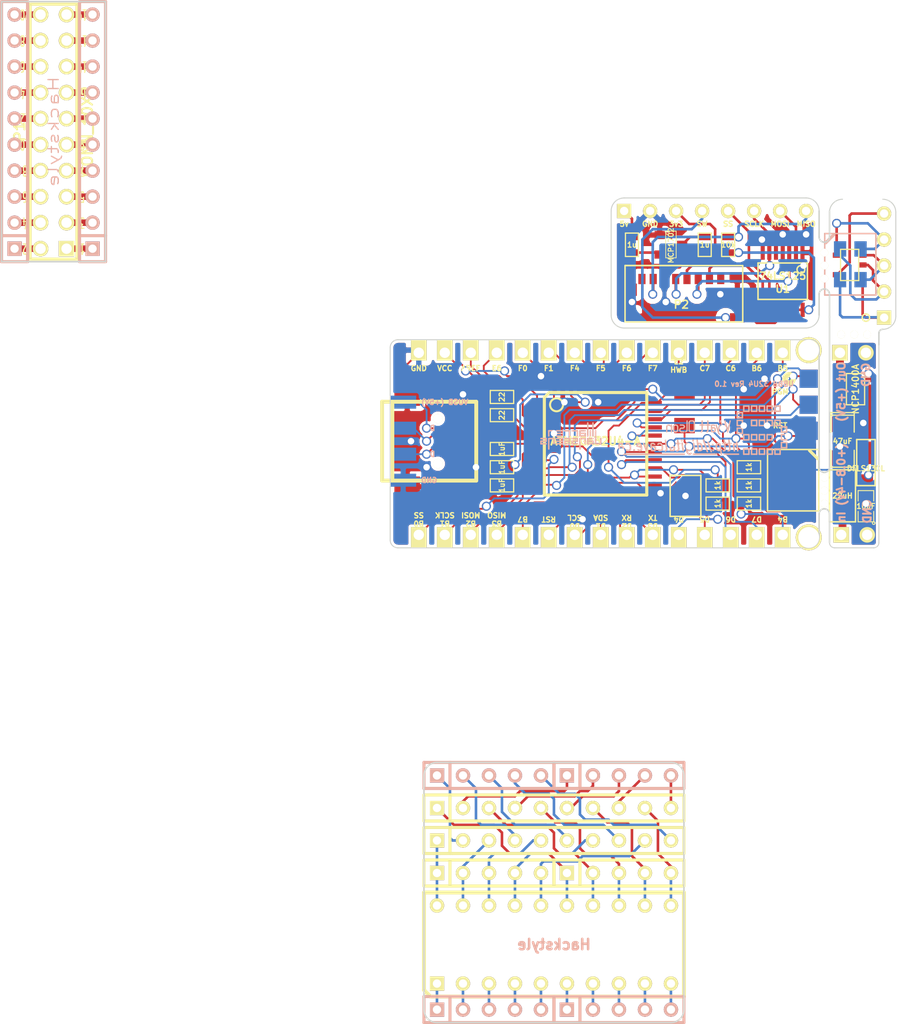
<source format=kicad_pcb>
(kicad_pcb (version 3) (host pcbnew "(2013-mar-25)-stable")
  (layers (15 F.Cu signal) (0 B.Cu signal) (18 B.Paste user) (19 F.Paste user) (20 B.SilkS user) (21 F.SilkS user) (22 B.Mask user) (23 F.Mask user) (28 Edge.Cuts user))
  (net 0 "")
  (net 1 +5V)
  (net 2 /11)
  (net 3 /12)
  (net 4 /13)
  (net 5 /14)
  (net 6 /15)
  (net 7 /16)
  (net 8 /17)
  (net 9 /18)
  (net 10 /19)
  (net 11 /20)
  (net 12 /5V)
  (net 13 /AREF)
  (net 14 /B0)
  (net 15 /B1)
  (net 16 /B2)
  (net 17 /B3)
  (net 18 /B4)
  (net 19 /B5)
  (net 20 /B6)
  (net 21 /B7)
  (net 22 /C6)
  (net 23 /C7)
  (net 24 /CLK)
  (net 25 /CS)
  (net 26 /D+)
  (net 27 /D-)
  (net 28 /D0)
  (net 29 /D1)
  (net 30 /D2)
  (net 31 /D3)
  (net 32 /D4)
  (net 33 /D5)
  (net 34 /D6)
  (net 35 /D7)
  (net 36 /DET)
  (net 37 /DI)
  (net 38 /DO)
  (net 39 /E2)
  (net 40 /E6)
  (net 41 /F0)
  (net 42 /F1)
  (net 43 /F4)
  (net 44 /F5)
  (net 45 /F6)
  (net 46 /F7)
  (net 47 /MOSI)
  (net 48 /RESET)
  (net 49 /SCLK)
  (net 50 /SS)
  (net 51 GND)
  (net 52 N-000001)
  (net 53 N-0000010)
  (net 54 N-0000011)
  (net 55 N-0000012)
  (net 56 N-0000013)
  (net 57 N-0000014)
  (net 58 N-0000015)
  (net 59 N-0000016)
  (net 60 N-0000017)
  (net 61 N-0000018)
  (net 62 N-0000019)
  (net 63 N-000002)
  (net 64 N-0000020)
  (net 65 N-0000021)
  (net 66 N-0000022)
  (net 67 N-000003)
  (net 68 N-0000039)
  (net 69 N-000004)
  (net 70 N-0000040)
  (net 71 N-0000041)
  (net 72 N-000005)
  (net 73 N-000006)
  (net 74 N-000007)
  (net 75 N-000008)
  (net 76 N-000009)
  (net 77 VCC)
  (module PIN_ARRAY_4x1 (layer B.Cu) (at 86.868 53.721 90)
    (fp_text reference PIN_ARRAY_4X1 hide)
    (fp_text value Val** hide)
    (pad 1 smd rect (at -3.81 0 90) (size 1.27 2.54) (layers B.Cu B.Paste B.Mask) (net 51 GND))
    (pad 2 smd rect (at -1.27 0 90) (size 1.27 2.54) (layers B.Cu B.Paste B.Mask) (net 26 /D+))
    (pad 3 smd rect (at 1.27 0 90) (size 1.27 2.54) (layers B.Cu B.Paste B.Mask) (net 27 /D-))
    (pad 4 smd rect (at 3.81 0 90) (size 1.27 2.54) (layers B.Cu B.Paste B.Mask) (net 1 +5V))
  )
  (module 1pin (layer F.Cu) (at 126.492 63.119)
    (fp_text reference 1PIN hide)
    (fp_text value P*** hide)
    (pad 1 thru_hole circle (at 0 0) (size 2.54 2.54) (drill 2.032) (layers *.Cu *.Mask F.SilkS))
  )
  (module 1pin (layer F.Cu) (at 126.492 44.831)
    (fp_text reference 1PIN hide)
    (fp_text value P*** hide)
    (pad 1 thru_hole circle (at 0 0) (size 2.54 2.54) (drill 2.032) (layers *.Cu *.Mask F.SilkS))
  )
  (module ISP_EDGE (layer F.Cu) (at 129.032 50.165 90)
    (fp_text reference P1 hide)
    (fp_text value ISP hide)
    (pad 5 smd rect (at -2.54 -2.54 90) (size 1.778 1.778) (layers F.Cu F.Paste F.Mask) (net 48 /RESET))
    (pad 3 smd rect (at 0 -2.54 90) (size 1.778 1.778) (layers F.Cu F.Paste F.Mask) (net 15 /B1))
    (pad 1 smd rect (at 2.54 -2.54 90) (size 1.778 1.778) (layers F.Cu F.Paste F.Mask) (net 17 /B3))
    (pad 6 smd rect (at -2.54 -2.54 90) (size 1.778 1.778) (layers B.Cu F.Paste F.Mask) (net 51 GND))
    (pad 4 smd rect (at 0 -2.54 90) (size 1.778 1.778) (layers B.Cu F.Paste F.Mask) (net 16 /B2))
    (pad 2 smd rect (at 2.54 -2.54 90) (size 1.778 1.778) (layers B.Cu F.Paste F.Mask) (net 1 +5V))
  )
  (module PIN_ARRAY_5x1 (layer F.Cu) (at 93.472 62.865 180)
    (fp_text reference P7 hide)
    (fp_text value CONN_5 hide)
    (pad 1 thru_hole rect (at -5.08 0 180) (size 1.524 2.032) (drill 1.016 (offset 0 -0.254)) (layers *.Cu *.Mask F.SilkS) (net 21 /B7))
    (pad 2 thru_hole rect (at -2.54 0 180) (size 1.524 2.032) (drill 1.016 (offset 0 -0.254)) (layers *.Cu *.Mask F.SilkS) (net 17 /B3))
    (pad 3 thru_hole rect (at 0 0 180) (size 1.524 2.032) (drill 1.016 (offset 0 -0.254)) (layers *.Cu *.Mask F.SilkS) (net 16 /B2))
    (pad 4 thru_hole rect (at 2.54 0 180) (size 1.524 2.032) (drill 1.016 (offset 0 -0.254)) (layers *.Cu *.Mask F.SilkS) (net 15 /B1))
    (pad 5 thru_hole rect (at 5.08 0 180) (size 1.524 2.032) (drill 1.016 (offset 0 -0.254)) (layers *.Cu *.Mask F.SilkS) (net 14 /B0))
  )
  (module PIN_ARRAY_5x1 (layer F.Cu) (at 106.172 62.865 180)
    (fp_text reference P6 hide)
    (fp_text value CONN_5 hide)
    (pad 1 thru_hole rect (at -5.08 0 180) (size 1.524 2.032) (drill 1.016 (offset 0 -0.254)) (layers *.Cu *.Mask F.SilkS) (net 31 /D3))
    (pad 2 thru_hole rect (at -2.54 0 180) (size 1.524 2.032) (drill 1.016 (offset 0 -0.254)) (layers *.Cu *.Mask F.SilkS) (net 30 /D2))
    (pad 3 thru_hole rect (at 0 0 180) (size 1.524 2.032) (drill 1.016 (offset 0 -0.254)) (layers *.Cu *.Mask F.SilkS) (net 29 /D1))
    (pad 4 thru_hole rect (at 2.54 0 180) (size 1.524 2.032) (drill 1.016 (offset 0 -0.254)) (layers *.Cu *.Mask F.SilkS) (net 28 /D0))
    (pad 5 thru_hole rect (at 5.08 0 180) (size 1.524 2.032) (drill 1.016 (offset 0 -0.254)) (layers *.Cu *.Mask F.SilkS) (net 48 /RESET))
  )
  (module PIN_ARRAY_5x1 (layer F.Cu) (at 118.872 62.865 180)
    (fp_text reference P5 hide)
    (fp_text value CONN_5 hide)
    (pad 1 thru_hole rect (at -5.08 0 180) (size 1.524 2.032) (drill 1.016 (offset 0 -0.254)) (layers *.Cu *.Mask F.SilkS) (net 18 /B4))
    (pad 2 thru_hole rect (at -2.54 0 180) (size 1.524 2.032) (drill 1.016 (offset 0 -0.254)) (layers *.Cu *.Mask F.SilkS) (net 35 /D7))
    (pad 3 thru_hole rect (at 0 0 180) (size 1.524 2.032) (drill 1.016 (offset 0 -0.254)) (layers *.Cu *.Mask F.SilkS) (net 34 /D6))
    (pad 4 thru_hole rect (at 2.54 0 180) (size 1.524 2.032) (drill 1.016 (offset 0 -0.254)) (layers *.Cu *.Mask F.SilkS) (net 33 /D5))
    (pad 5 thru_hole rect (at 5.08 0 180) (size 1.524 2.032) (drill 1.016 (offset 0 -0.254)) (layers *.Cu *.Mask F.SilkS) (net 32 /D4))
  )
  (module PIN_ARRAY_5x1 (layer F.Cu) (at 118.872 45.085)
    (fp_text reference P4 hide)
    (fp_text value CONN_5 hide)
    (pad 1 thru_hole rect (at -5.08 0) (size 1.524 2.032) (drill 1.016 (offset 0 -0.254)) (layers *.Cu *.Mask F.SilkS) (net 39 /E2))
    (pad 2 thru_hole rect (at -2.54 0) (size 1.524 2.032) (drill 1.016 (offset 0 -0.254)) (layers *.Cu *.Mask F.SilkS) (net 23 /C7))
    (pad 3 thru_hole rect (at 0 0) (size 1.524 2.032) (drill 1.016 (offset 0 -0.254)) (layers *.Cu *.Mask F.SilkS) (net 22 /C6))
    (pad 4 thru_hole rect (at 2.54 0) (size 1.524 2.032) (drill 1.016 (offset 0 -0.254)) (layers *.Cu *.Mask F.SilkS) (net 20 /B6))
    (pad 5 thru_hole rect (at 5.08 0) (size 1.524 2.032) (drill 1.016 (offset 0 -0.254)) (layers *.Cu *.Mask F.SilkS) (net 19 /B5))
  )
  (module PIN_ARRAY_5x1 (layer F.Cu) (at 106.172 45.085)
    (fp_text reference P3 hide)
    (fp_text value CONN_5 hide)
    (pad 1 thru_hole rect (at -5.08 0) (size 1.524 2.032) (drill 1.016 (offset 0 -0.254)) (layers *.Cu *.Mask F.SilkS) (net 42 /F1))
    (pad 2 thru_hole rect (at -2.54 0) (size 1.524 2.032) (drill 1.016 (offset 0 -0.254)) (layers *.Cu *.Mask F.SilkS) (net 43 /F4))
    (pad 3 thru_hole rect (at 0 0) (size 1.524 2.032) (drill 1.016 (offset 0 -0.254)) (layers *.Cu *.Mask F.SilkS) (net 44 /F5))
    (pad 4 thru_hole rect (at 2.54 0) (size 1.524 2.032) (drill 1.016 (offset 0 -0.254)) (layers *.Cu *.Mask F.SilkS) (net 45 /F6))
    (pad 5 thru_hole rect (at 5.08 0) (size 1.524 2.032) (drill 1.016 (offset 0 -0.254)) (layers *.Cu *.Mask F.SilkS) (net 46 /F7))
  )
  (module PIN_ARRAY_5x1 (layer F.Cu) (at 93.472 45.085)
    (fp_text reference P2 hide)
    (fp_text value CONN_5 hide)
    (pad 1 thru_hole rect (at -5.08 0) (size 1.524 2.032) (drill 1.016 (offset 0 -0.254)) (layers *.Cu *.Mask F.SilkS) (net 51 GND))
    (pad 2 thru_hole rect (at -2.54 0) (size 1.524 2.032) (drill 1.016 (offset 0 -0.254)) (layers *.Cu *.Mask F.SilkS) (net 1 +5V))
    (pad 3 thru_hole rect (at 0 0) (size 1.524 2.032) (drill 1.016 (offset 0 -0.254)) (layers *.Cu *.Mask F.SilkS) (net 13 /AREF))
    (pad 4 thru_hole rect (at 2.54 0) (size 1.524 2.032) (drill 1.016 (offset 0 -0.254)) (layers *.Cu *.Mask F.SilkS) (net 40 /E6))
    (pad 5 thru_hole rect (at 5.08 0) (size 1.524 2.032) (drill 1.016 (offset 0 -0.254)) (layers *.Cu *.Mask F.SilkS) (net 41 /F0))
  )
  (module SW_6x3 (layer F.Cu) (at 117.856 52.197 180)
    (fp_text reference SW1 hide)
    (fp_text value SW_PUSH_SMALL hide)
    (pad 1 smd rect (at -3.5 0 180) (size 2 1.5) (layers F.Cu F.Paste F.Mask) (net 51 GND))
    (pad 2 smd rect (at 3.5 0 180) (size 2 1.5) (layers F.Cu F.Paste F.Mask) (net 48 /RESET))
  )
  (module SW_6x3 (layer F.Cu) (at 117.856 48.895)
    (fp_text reference SW2 hide)
    (fp_text value SW_PUSH_SMALL hide)
    (pad 1 smd rect (at -3.5 0) (size 2 1.5) (layers F.Cu F.Paste F.Mask) (net 39 /E2))
    (pad 2 smd rect (at 3.5 0) (size 2 1.5) (layers F.Cu F.Paste F.Mask) (net 51 GND))
  )
  (module USB_MINI_B_fixed (layer F.Cu) (at 89.408 53.721)
    (fp_text reference CON1 hide)
    (fp_text value USB-MINI-B hide)
    (pad 1 smd rect (at 3.44932 -1.6002) (size 2.30124 0.50038) (layers F.Cu F.Paste F.Mask) (net 1 +5V))
    (pad 2 smd rect (at 3.44932 -0.8001) (size 2.30124 0.50038) (layers F.Cu F.Paste F.Mask) (net 27 /D-))
    (pad 3 smd rect (at 3.44932 0) (size 2.30124 0.50038) (layers F.Cu F.Paste F.Mask) (net 26 /D+))
    (pad 4 smd rect (at 3.44932 0.8001) (size 2.30124 0.50038) (layers F.Cu F.Paste F.Mask))
    (pad 5 smd rect (at 3.44932 1.6002) (size 2.30124 0.50038) (layers F.Cu F.Paste F.Mask) (net 51 GND))
    (pad 6 smd rect (at 3.35026 -4.45008) (size 2.49936 1.99898) (layers F.Cu F.Paste F.Mask) (net 51 GND))
    (pad 7 smd rect (at -2.14884 -4.45008) (size 2.49936 1.99898) (layers F.Cu F.Paste F.Mask) (net 51 GND))
    (pad 8 smd rect (at 3.35026 4.45008) (size 2.49936 1.99898) (layers F.Cu F.Paste F.Mask) (net 51 GND))
    (pad 9 smd rect (at -2.14884 4.45008) (size 2.49936 1.99898) (layers F.Cu F.Paste F.Mask) (net 51 GND))
    (pad "" np_thru_hole circle (at 0.8509 -2.19964) (size 0.89916 0.89916) (drill 0.89916) (layers *.Cu *.Mask F.SilkS))
    (pad "" np_thru_hole circle (at 0.8509 2.19964) (size 0.89916 0.89916) (drill 0.89916) (layers *.Cu *.Mask F.SilkS))
  )
  (module TQFP44 (layer F.Cu) (at 105.664 53.975)
    (fp_text reference U1 hide)
    (fp_text value ATMEGA32U4-A (at 0 -0.254) (layer F.SilkS) (effects (font (size 0.762 0.762) (thickness 0.1905))))
    (pad 39 smd rect (at 0 -5.715) (size 0.4064 1.524) (layers F.Cu F.Paste F.Mask) (net 43 /F4))
    (pad 40 smd rect (at -0.8001 -5.715) (size 0.4064 1.524) (layers F.Cu F.Paste F.Mask) (net 42 /F1))
    (pad 41 smd rect (at -1.6002 -5.715) (size 0.4064 1.524) (layers F.Cu F.Paste F.Mask) (net 41 /F0))
    (pad 42 smd rect (at -2.4003 -5.715) (size 0.4064 1.524) (layers F.Cu F.Paste F.Mask) (net 13 /AREF))
    (pad 43 smd rect (at -3.2004 -5.715) (size 0.4064 1.524) (layers F.Cu F.Paste F.Mask) (net 51 GND))
    (pad 44 smd rect (at -4.0005 -5.715) (size 0.4064 1.524) (layers F.Cu F.Paste F.Mask) (net 1 +5V))
    (pad 38 smd rect (at 0.8001 -5.715) (size 0.4064 1.524) (layers F.Cu F.Paste F.Mask) (net 44 /F5))
    (pad 37 smd rect (at 1.6002 -5.715) (size 0.4064 1.524) (layers F.Cu F.Paste F.Mask) (net 45 /F6))
    (pad 36 smd rect (at 2.4003 -5.715) (size 0.4064 1.524) (layers F.Cu F.Paste F.Mask) (net 46 /F7))
    (pad 35 smd rect (at 3.2004 -5.715) (size 0.4064 1.524) (layers F.Cu F.Paste F.Mask) (net 51 GND))
    (pad 34 smd rect (at 4.0005 -5.715) (size 0.4064 1.524) (layers F.Cu F.Paste F.Mask) (net 1 +5V))
    (pad 17 smd rect (at 0 5.715) (size 0.4064 1.524) (layers F.Cu F.Paste F.Mask) (net 60 N-0000017))
    (pad 16 smd rect (at -0.8001 5.715) (size 0.4064 1.524) (layers F.Cu F.Paste F.Mask) (net 59 N-0000016))
    (pad 15 smd rect (at -1.6002 5.715) (size 0.4064 1.524) (layers F.Cu F.Paste F.Mask) (net 51 GND))
    (pad 14 smd rect (at -2.4003 5.715) (size 0.4064 1.524) (layers F.Cu F.Paste F.Mask) (net 1 +5V))
    (pad 13 smd rect (at -3.2004 5.715) (size 0.4064 1.524) (layers F.Cu F.Paste F.Mask) (net 48 /RESET))
    (pad 12 smd rect (at -4.0005 5.715) (size 0.4064 1.524) (layers F.Cu F.Paste F.Mask) (net 21 /B7))
    (pad 18 smd rect (at 0.8001 5.715) (size 0.4064 1.524) (layers F.Cu F.Paste F.Mask) (net 28 /D0))
    (pad 19 smd rect (at 1.6002 5.715) (size 0.4064 1.524) (layers F.Cu F.Paste F.Mask) (net 29 /D1))
    (pad 20 smd rect (at 2.4003 5.715) (size 0.4064 1.524) (layers F.Cu F.Paste F.Mask) (net 30 /D2))
    (pad 21 smd rect (at 3.2004 5.715) (size 0.4064 1.524) (layers F.Cu F.Paste F.Mask) (net 31 /D3))
    (pad 22 smd rect (at 4.0005 5.715) (size 0.4064 1.524) (layers F.Cu F.Paste F.Mask) (net 33 /D5))
    (pad 6 smd rect (at -5.715 0) (size 1.524 0.4064) (layers F.Cu F.Paste F.Mask) (net 71 N-0000041))
    (pad 28 smd rect (at 5.715 0) (size 1.524 0.4064) (layers F.Cu F.Paste F.Mask) (net 18 /B4))
    (pad 7 smd rect (at -5.715 0.8001) (size 1.524 0.4064) (layers F.Cu F.Paste F.Mask) (net 1 +5V))
    (pad 27 smd rect (at 5.715 0.8001) (size 1.524 0.4064) (layers F.Cu F.Paste F.Mask) (net 35 /D7))
    (pad 26 smd rect (at 5.715 1.6002) (size 1.524 0.4064) (layers F.Cu F.Paste F.Mask) (net 34 /D6))
    (pad 8 smd rect (at -5.715 1.6002) (size 1.524 0.4064) (layers F.Cu F.Paste F.Mask) (net 14 /B0))
    (pad 9 smd rect (at -5.715 2.4003) (size 1.524 0.4064) (layers F.Cu F.Paste F.Mask) (net 15 /B1))
    (pad 25 smd rect (at 5.715 2.4003) (size 1.524 0.4064) (layers F.Cu F.Paste F.Mask) (net 32 /D4))
    (pad 24 smd rect (at 5.715 3.2004) (size 1.524 0.4064) (layers F.Cu F.Paste F.Mask) (net 1 +5V))
    (pad 10 smd rect (at -5.715 3.2004) (size 1.524 0.4064) (layers F.Cu F.Paste F.Mask) (net 16 /B2))
    (pad 11 smd rect (at -5.715 4.0005) (size 1.524 0.4064) (layers F.Cu F.Paste F.Mask) (net 17 /B3))
    (pad 23 smd rect (at 5.715 4.0005) (size 1.524 0.4064) (layers F.Cu F.Paste F.Mask) (net 51 GND))
    (pad 29 smd rect (at 5.715 -0.8001) (size 1.524 0.4064) (layers F.Cu F.Paste F.Mask) (net 19 /B5))
    (pad 5 smd rect (at -5.715 -0.8001) (size 1.524 0.4064) (layers F.Cu F.Paste F.Mask) (net 51 GND))
    (pad 4 smd rect (at -5.715 -1.6002) (size 1.524 0.4064) (layers F.Cu F.Paste F.Mask) (net 68 N-0000039))
    (pad 30 smd rect (at 5.715 -1.6002) (size 1.524 0.4064) (layers F.Cu F.Paste F.Mask) (net 20 /B6))
    (pad 31 smd rect (at 5.715 -2.4003) (size 1.524 0.4064) (layers F.Cu F.Paste F.Mask) (net 22 /C6))
    (pad 3 smd rect (at -5.715 -2.4003) (size 1.524 0.4064) (layers F.Cu F.Paste F.Mask) (net 70 N-0000040))
    (pad 2 smd rect (at -5.715 -3.2004) (size 1.524 0.4064) (layers F.Cu F.Paste F.Mask) (net 1 +5V))
    (pad 32 smd rect (at 5.715 -3.2004) (size 1.524 0.4064) (layers F.Cu F.Paste F.Mask) (net 23 /C7))
    (pad 33 smd rect (at 5.715 -4.0005) (size 1.524 0.4064) (layers F.Cu F.Paste F.Mask) (net 39 /E2))
    (pad 1 smd rect (at -5.715 -4.0005) (size 1.524 0.4064) (layers F.Cu F.Paste F.Mask) (net 40 /E6))
  )
  (module SM0603_VALUE (layer F.Cu) (at 117.602 59.817 180)
    (fp_text reference R6 hide)
    (fp_text value 1k (at 0 0 270) (layer F.SilkS) (effects (font (size 0.508 0.508) (thickness 0.1143))))
    (pad 1 smd rect (at -0.762 0 180) (size 0.635 1.143) (layers F.Cu F.Paste F.Mask) (net 39 /E2))
    (pad 2 smd rect (at 0.762 0 180) (size 0.635 1.143) (layers F.Cu F.Paste F.Mask) (net 1 +5V))
  )
  (module SM0603_VALUE (layer F.Cu) (at 120.65 59.817 180)
    (fp_text reference R5 hide)
    (fp_text value 1k (at 0 0 270) (layer F.SilkS) (effects (font (size 0.508 0.508) (thickness 0.1143))))
    (pad 1 smd rect (at -0.762 0 180) (size 0.635 1.143) (layers F.Cu F.Paste F.Mask) (net 58 N-0000015))
    (pad 2 smd rect (at 0.762 0 180) (size 0.635 1.143) (layers F.Cu F.Paste F.Mask) (net 18 /B4))
  )
  (module SM0603_VALUE (layer F.Cu) (at 117.602 58.039)
    (fp_text reference R4 hide)
    (fp_text value 1k (at 0 0 90) (layer F.SilkS) (effects (font (size 0.508 0.508) (thickness 0.1143))))
    (pad 1 smd rect (at -0.762 0) (size 0.635 1.143) (layers F.Cu F.Paste F.Mask) (net 1 +5V))
    (pad 2 smd rect (at 0.762 0) (size 0.635 1.143) (layers F.Cu F.Paste F.Mask) (net 48 /RESET))
  )
  (module SM0603_VALUE (layer F.Cu) (at 96.52 51.181)
    (fp_text reference R2 hide)
    (fp_text value 22 (at 0 0 90) (layer F.SilkS) (effects (font (size 0.508 0.508) (thickness 0.1143))))
    (pad 1 smd rect (at -0.762 0) (size 0.635 1.143) (layers F.Cu F.Paste F.Mask) (net 26 /D+))
    (pad 2 smd rect (at 0.762 0) (size 0.635 1.143) (layers F.Cu F.Paste F.Mask) (net 68 N-0000039))
  )
  (module SM0603_VALUE (layer F.Cu) (at 96.52 49.403)
    (fp_text reference R3 hide)
    (fp_text value 22 (at 0 0 90) (layer F.SilkS) (effects (font (size 0.508 0.508) (thickness 0.1143))))
    (pad 1 smd rect (at -0.762 0) (size 0.635 1.143) (layers F.Cu F.Paste F.Mask) (net 27 /D-))
    (pad 2 smd rect (at 0.762 0) (size 0.635 1.143) (layers F.Cu F.Paste F.Mask) (net 70 N-0000040))
  )
  (module SM0603_VALUE (layer F.Cu) (at 96.52 54.483)
    (fp_text reference C4 hide)
    (fp_text value 1uF (at 0 0 90) (layer F.SilkS) (effects (font (size 0.508 0.508) (thickness 0.1143))))
    (pad 1 smd rect (at -0.762 0) (size 0.635 1.143) (layers F.Cu F.Paste F.Mask) (net 51 GND))
    (pad 2 smd rect (at 0.762 0) (size 0.635 1.143) (layers F.Cu F.Paste F.Mask) (net 71 N-0000041))
  )
  (module SM0603_VALUE (layer F.Cu) (at 96.52 56.261)
    (fp_text reference C3 hide)
    (fp_text value 1uF (at 0 0 90) (layer F.SilkS) (effects (font (size 0.508 0.508) (thickness 0.1143))))
    (pad 1 smd rect (at -0.762 0) (size 0.635 1.143) (layers F.Cu F.Paste F.Mask) (net 51 GND))
    (pad 2 smd rect (at 0.762 0) (size 0.635 1.143) (layers F.Cu F.Paste F.Mask) (net 13 /AREF))
  )
  (module SM0603_VALUE (layer F.Cu) (at 96.52 58.039 180)
    (fp_text reference C5 hide)
    (fp_text value 1uF (at 0 0 270) (layer F.SilkS) (effects (font (size 0.508 0.508) (thickness 0.1143))))
    (pad 1 smd rect (at -0.762 0 180) (size 0.635 1.143) (layers F.Cu F.Paste F.Mask) (net 1 +5V))
    (pad 2 smd rect (at 0.762 0 180) (size 0.635 1.143) (layers F.Cu F.Paste F.Mask) (net 51 GND))
  )
  (module SM0603_VALUE (layer F.Cu) (at 120.65 58.039 180)
    (fp_text reference R7 hide)
    (fp_text value 1k (at 0 0 270) (layer F.SilkS) (effects (font (size 0.508 0.508) (thickness 0.1143))))
    (pad 1 smd rect (at -0.762 0 180) (size 0.635 1.143) (layers F.Cu F.Paste F.Mask) (net 57 N-0000014))
    (pad 2 smd rect (at 0.762 0 180) (size 0.635 1.143) (layers F.Cu F.Paste F.Mask) (net 19 /B5))
  )
  (module SM0603_VALUE (layer F.Cu) (at 120.65 56.261 180)
    (fp_text reference R8 hide)
    (fp_text value 1k (at 0 0 270) (layer F.SilkS) (effects (font (size 0.508 0.508) (thickness 0.1143))))
    (pad 1 smd rect (at -0.762 0 180) (size 0.635 1.143) (layers F.Cu F.Paste F.Mask) (net 56 N-0000013))
    (pad 2 smd rect (at 0.762 0 180) (size 0.635 1.143) (layers F.Cu F.Paste F.Mask) (net 20 /B6))
  )
  (module WJ10 (layer B.Cu) (at 103.378 53.467 180)
    (fp_text reference WJ10 hide)
    (fp_text value VAL** hide)
  )
  (module DIGITALCAVE_LOGO (layer B.Cu) (at 121.92 52.705)
    (fp_text reference VAL hide)
    (fp_text value REF hide)
  )
  (module DIGITALCAVE_AUTHOR (layer B.Cu) (at 115.57 52.451 180)
    (fp_text reference VAL hide)
    (fp_text value DIGITALCAVE_AUTHOR hide)
  )
  (module DIGITALCAVE_URL (layer B.Cu) (at 113.792 54.229 180)
    (fp_text reference DIGITALCAVE_URL hide)
    (fp_text value VAL** hide)
  )
  (module RESONATOR_SMD-3 (layer F.Cu) (at 114.452 59.065 90)
    (fp_text reference X1 hide)
    (fp_text value RESONATOR hide)
    (pad 1 smd rect (at -1.2 0 90) (size 0.4 2) (layers F.Cu F.Paste F.Mask) (net 60 N-0000017))
    (pad 2 smd rect (at 0 0 90) (size 0.4 2) (layers F.Cu F.Paste F.Mask) (net 51 GND))
    (pad 3 smd rect (at 1.2 0 90) (size 0.4 2) (layers F.Cu F.Paste F.Mask) (net 59 N-0000016))
  )
  (module LED_RGB_4-PLCC_ALT1 (layer F.Cu) (at 124.968 57.531 270)
    (fp_text reference D2 hide)
    (fp_text value RGB_LED_COMMON_ANODE hide)
    (pad 2 smd rect (at -1.5 -1 270) (size 1.5 1.2) (layers F.Cu F.Paste F.Mask) (net 1 +5V))
    (pad 4 smd rect (at -1.5 1 270) (size 1.5 1.2) (layers F.Cu F.Paste F.Mask) (net 56 N-0000013))
    (pad 3 smd rect (at 1.5 1 270) (size 1.5 1.2) (layers F.Cu F.Paste F.Mask) (net 57 N-0000014))
    (pad 1 smd rect (at 1.5 -1 270) (size 1.5 1.2) (layers F.Cu F.Paste F.Mask) (net 58 N-0000015))
  )
  (module mouse_bites (layer F.Cu) (at 128.016 58.547 90)
    (fp_text reference mouse_bites hide)
    (fp_text value VAL** hide)
    (pad "" np_thru_hole circle (at -1.27 0 90) (size 0.762 0.762) (drill 0.762) (layers *.Cu *.Mask F.SilkS))
    (pad "" np_thru_hole circle (at 0 0 90) (size 0.762 0.762) (drill 0.762) (layers *.Cu *.Mask F.SilkS))
    (pad "" np_thru_hole circle (at 1.27 0 90) (size 0.762 0.762) (drill 0.762) (layers *.Cu *.Mask F.SilkS))
  )
  (module PIN_ARRAY_2X1 (layer F.Cu) (at 130.81 45.085)
    (fp_text reference P2 hide)
    (fp_text value CONN_2 hide)
    (pad 1 thru_hole rect (at -1.27 0) (size 1.524 1.524) (drill 1.016) (layers *.Cu *.Mask F.SilkS) (net 73 N-000006))
    (pad 2 thru_hole circle (at 1.27 0) (size 1.524 1.524) (drill 1.016) (layers *.Cu *.Mask F.SilkS) (net 51 GND))
  )
  (module PIN_ARRAY_2X1 (layer F.Cu) (at 130.937 62.865)
    (fp_text reference P1 hide)
    (fp_text value CONN_2 hide)
    (pad 1 thru_hole rect (at -1.27 0) (size 1.524 1.524) (drill 1.016) (layers *.Cu *.Mask F.SilkS) (net 74 N-000007))
    (pad 2 thru_hole circle (at 1.27 0) (size 1.524 1.524) (drill 1.016) (layers *.Cu *.Mask F.SilkS) (net 51 GND))
  )
  (module SOT23-5 (layer F.Cu) (at 131.064 48.641 270)
    (fp_text reference VR1 hide)
    (fp_text value NCP1400A (at 0 0 270) (layer F.SilkS) (effects (font (size 0.635 0.635) (thickness 0.127))))
    (pad 1 smd rect (at -0.9525 1.27 270) (size 0.508 0.762) (layers F.Cu F.Paste F.Mask) (net 73 N-000006))
    (pad 3 smd rect (at 0.9525 1.27 270) (size 0.508 0.762) (layers F.Cu F.Paste F.Mask))
    (pad 5 smd rect (at -0.9525 -1.27 270) (size 0.508 0.762) (layers F.Cu F.Paste F.Mask) (net 72 N-000005))
    (pad 2 smd rect (at 0 1.27 270) (size 0.508 0.762) (layers F.Cu F.Paste F.Mask) (net 73 N-000006))
    (pad 4 smd rect (at 0.9525 -1.27 270) (size 0.508 0.762) (layers F.Cu F.Paste F.Mask) (net 51 GND))
  )
  (module SM1206POL (layer F.Cu) (at 129.794 53.721 270)
    (fp_text reference C2 hide)
    (fp_text value 47uF (at 0 0 360) (layer F.SilkS) (effects (font (size 0.508 0.508) (thickness 0.127))))
    (pad 1 smd rect (at -1.651 0 270) (size 1.524 2.032) (layers F.Cu F.Paste F.Mask) (net 73 N-000006))
    (pad 2 smd rect (at 1.651 0 270) (size 1.524 2.032) (layers F.Cu F.Paste F.Mask) (net 51 GND))
  )
  (module SM1007 (layer F.Cu) (at 129.794 59.055 90)
    (fp_text reference L1 hide)
    (fp_text value 22uH (at 0 0 180) (layer F.SilkS) (effects (font (size 0.508 0.508) (thickness 0.127))))
    (pad 1 smd rect (at -1.524 0 90) (size 1.778 1.778) (layers F.Cu F.Paste F.Mask) (net 74 N-000007))
    (pad 2 smd rect (at 1.524 0 90) (size 1.778 1.778) (layers F.Cu F.Paste F.Mask) (net 72 N-000005))
  )
  (module SM0805 (layer F.Cu) (at 132.08 60.071 90)
    (fp_text reference C1 hide)
    (fp_text value 10uF (at 0 0 180) (layer F.SilkS) (effects (font (size 0.50038 0.50038) (thickness 0.10922))))
    (pad 1 smd rect (at -0.9525 0 90) (size 0.889 1.397) (layers F.Cu F.Paste F.Mask) (net 74 N-000007))
    (pad 2 smd rect (at 0.9525 0 90) (size 0.889 1.397) (layers F.Cu F.Paste F.Mask) (net 51 GND))
  )
  (module POWERDI_123 (layer F.Cu) (at 132.08 56.261 90)
    (fp_text reference D1 hide)
    (fp_text value DFLS130L (at -0.127 0 180) (layer F.SilkS) (effects (font (size 0.508 0.508) (thickness 0.1143))))
    (pad 1 smd rect (at -1.15 0 90) (size 0.9 1.4) (layers F.Cu F.Paste F.Mask) (net 72 N-000005))
    (pad 2 smd rect (at 1.4 0 90) (size 2.2 1.4) (layers F.Cu F.Paste F.Mask) (net 73 N-000006))
  )
  (module SIL-5 (layer F.Cu) (at 133.858 35.306 90)
    (fp_text reference P1 hide)
    (fp_text value CONN_5 hide)
    (pad 1 thru_hole rect (at -6.35 0 90) (size 1.397 1.397) (drill 0.8128) (layers *.Cu *.Mask F.SilkS) (net 52 N-000001))
    (pad 2 thru_hole circle (at -3.81 0 90) (size 1.397 1.397) (drill 0.8128) (layers *.Cu *.Mask F.SilkS) (net 72 N-000005))
    (pad 3 thru_hole circle (at -1.27 0 90) (size 1.397 1.397) (drill 0.8128) (layers *.Cu *.Mask F.SilkS) (net 63 N-000002))
    (pad 4 thru_hole circle (at 1.27 0 90) (size 1.397 1.397) (drill 0.8128) (layers *.Cu *.Mask F.SilkS) (net 67 N-000003))
    (pad 5 thru_hole circle (at 3.81 0 90) (size 1.397 1.397) (drill 0.8128) (layers *.Cu *.Mask F.SilkS) (net 69 N-000004))
  )
  (module SOT23-5 (layer F.Cu) (at 130.4925 36.5125 90)
    (fp_text reference VR1 hide)
    (fp_text value NCP1400A hide)
    (pad 1 smd rect (at -0.9525 1.27 90) (size 0.508 0.762) (layers F.Cu F.Paste F.Mask) (net 52 N-000001))
    (pad 3 smd rect (at 0.9525 1.27 90) (size 0.508 0.762) (layers F.Cu F.Paste F.Mask) (net 63 N-000002))
    (pad 5 smd rect (at -0.9525 -1.27 90) (size 0.508 0.762) (layers F.Cu F.Paste F.Mask) (net 69 N-000004))
    (pad 2 smd rect (at 0 1.27 90) (size 0.508 0.762) (layers F.Cu F.Paste F.Mask) (net 72 N-000005))
    (pad 4 smd rect (at 0.9525 -1.27 90) (size 0.508 0.762) (layers F.Cu F.Paste F.Mask) (net 67 N-000003))
  )
  (module LED_RGB_4-PLCC_ALT1 (layer B.Cu) (at 130.556 36.449 270)
    (fp_text reference D1 hide)
    (fp_text value RGB_LED_COMMON_ANODE_ALT1 hide)
    (pad 2 smd rect (at -1.5 1 270) (size 1.5 1.2) (layers B.Cu B.Paste B.Mask) (net 72 N-000005))
    (pad 4 smd rect (at -1.5 -1 270) (size 1.5 1.2) (layers B.Cu B.Paste B.Mask) (net 67 N-000003))
    (pad 3 smd rect (at 1.5 -1 270) (size 1.5 1.2) (layers B.Cu B.Paste B.Mask) (net 63 N-000002))
    (pad 1 smd rect (at 1.5 1 270) (size 1.5 1.2) (layers B.Cu B.Paste B.Mask) (net 52 N-000001))
  )
  (module mouse_bites (layer F.Cu) (at 130.937 43.307)
    (fp_text reference mouse_bites hide)
    (fp_text value VAL** hide)
    (pad "" np_thru_hole circle (at -1.27 0) (size 0.762 0.762) (drill 0.762) (layers *.Cu *.Mask F.SilkS))
    (pad "" np_thru_hole circle (at 0 0) (size 0.762 0.762) (drill 0.762) (layers *.Cu *.Mask F.SilkS))
    (pad "" np_thru_hole circle (at 1.27 0) (size 0.762 0.762) (drill 0.762) (layers *.Cu *.Mask F.SilkS))
  )
  (module SIL-8 (layer F.Cu) (at 117.348 31.242)
    (fp_text reference P1 hide)
    (fp_text value CONN_8 hide)
    (pad 1 thru_hole rect (at -8.89 0) (size 1.397 1.397) (drill 0.8128) (layers *.Cu *.Mask F.SilkS) (net 12 /5V))
    (pad 2 thru_hole circle (at -6.35 0) (size 1.397 1.397) (drill 0.8128) (layers *.Cu *.Mask F.SilkS) (net 51 GND))
    (pad 3 thru_hole circle (at -3.81 0) (size 1.397 1.397) (drill 0.8128) (layers *.Cu *.Mask F.SilkS) (net 77 VCC))
    (pad 4 thru_hole circle (at -1.27 0) (size 1.397 1.397) (drill 0.8128) (layers *.Cu *.Mask F.SilkS) (net 36 /DET))
    (pad 5 thru_hole circle (at 1.27 0) (size 1.397 1.397) (drill 0.8128) (layers *.Cu *.Mask F.SilkS) (net 50 /SS))
    (pad 6 thru_hole circle (at 3.81 0) (size 1.397 1.397) (drill 0.8128) (layers *.Cu *.Mask F.SilkS) (net 49 /SCLK))
    (pad 7 thru_hole circle (at 6.35 0) (size 1.397 1.397) (drill 0.8128) (layers *.Cu *.Mask F.SilkS) (net 47 /MOSI))
    (pad 8 thru_hole circle (at 8.89 0) (size 1.397 1.397) (drill 0.8128) (layers *.Cu *.Mask F.SilkS) (net 38 /DO))
  )
  (module SSOP-14 (layer F.Cu) (at 123.952 38.1 180)
    (fp_text reference U1 (at 0 -0.762 180) (layer F.SilkS) (effects (font (size 0.7 0.7))))
    (fp_text value 74LS125 (at 0 0.508 180) (layer F.SilkS) (effects (font (size 0.7 0.7))))
    (pad 1 smd rect (at -1.9304 2.794 180) (size 0.4 1.4) (layers F.Cu F.Paste F.Mask) (net 51 GND))
    (pad 2 smd rect (at -1.2954 2.794 180) (size 0.4 1.4) (layers F.Cu F.Paste F.Mask) (net 47 /MOSI))
    (pad 3 smd rect (at -0.635 2.794 180) (size 0.4 1.4) (layers F.Cu F.Paste F.Mask) (net 37 /DI))
    (pad 4 smd rect (at 0 2.794 180) (size 0.4 1.4) (layers F.Cu F.Paste F.Mask) (net 51 GND))
    (pad 5 smd rect (at 0.6604 2.794 180) (size 0.4 1.4) (layers F.Cu F.Paste F.Mask) (net 49 /SCLK))
    (pad 6 smd rect (at 1.3081 2.794 180) (size 0.4 1.4) (layers F.Cu F.Paste F.Mask) (net 24 /CLK))
    (pad 7 smd rect (at 1.9558 2.794 180) (size 0.4 1.4) (layers F.Cu F.Paste F.Mask) (net 51 GND))
    (pad 8 smd rect (at 1.9558 -2.794 180) (size 0.4 1.4) (layers F.Cu F.Paste F.Mask) (net 25 /CS))
    (pad 9 smd rect (at 1.3081 -2.794 180) (size 0.4 1.4) (layers F.Cu F.Paste F.Mask) (net 50 /SS))
    (pad 10 smd rect (at 0.6604 -2.794 180) (size 0.4 1.4) (layers F.Cu F.Paste F.Mask) (net 51 GND))
    (pad 11 smd rect (at 0 -2.794 180) (size 0.4 1.4) (layers F.Cu F.Paste F.Mask) (net 77 VCC))
    (pad 12 smd rect (at -0.6477 -2.794 180) (size 0.4 1.4) (layers F.Cu F.Paste F.Mask) (net 77 VCC))
    (pad 13 smd rect (at -1.2954 -2.794 180) (size 0.4 1.4) (layers F.Cu F.Paste F.Mask) (net 77 VCC))
    (pad 14 smd rect (at -1.9431 -2.794 180) (size 0.4 1.4) (layers F.Cu F.Paste F.Mask) (net 77 VCC))
  )
  (module 475710001 (layer F.Cu) (at 114.046 36.576)
    (fp_text reference P2 (at 0 3.81) (layer F.SilkS) (effects (font (size 0.762 0.762))))
    (fp_text value CONN_13 hide)
    (pad 4 smd rect (at 0.55 1.31) (size 0.7 1) (layers F.Cu F.Paste F.Mask) (net 77 VCC))
    (pad 3 smd rect (at 1.65 1.31) (size 0.7 1) (layers F.Cu F.Paste F.Mask) (net 37 /DI))
    (pad 2 smd rect (at 2.75 1.31) (size 0.7 1) (layers F.Cu F.Paste F.Mask) (net 25 /CS))
    (pad 1 smd rect (at 3.85 1.31) (size 0.7 1) (layers F.Cu F.Paste F.Mask))
    (pad 5 smd rect (at -0.55 1.31) (size 0.7 1) (layers F.Cu F.Paste F.Mask) (net 24 /CLK))
    (pad 6 smd rect (at -1.65 1.31) (size 0.7 1) (layers F.Cu F.Paste F.Mask) (net 51 GND))
    (pad 7 smd rect (at -2.75 1.31) (size 0.7 1) (layers F.Cu F.Paste F.Mask) (net 38 /DO))
    (pad 8 smd rect (at -3.85 1.31) (size 0.7 1) (layers F.Cu F.Paste F.Mask))
    (pad 9 smd rect (at -4.925 2.36) (size 1.15 1.2) (layers F.Cu F.Paste F.Mask) (net 51 GND))
    (pad 10 smd rect (at -4.925 4.95) (size 1.15 1.2) (layers F.Cu F.Paste F.Mask) (net 51 GND))
    (pad 11 smd rect (at 5.475 2.8) (size 1.45 1.2) (layers F.Cu F.Paste F.Mask) (net 51 GND))
    (pad 12 smd rect (at 5.7 3.95) (size 1 0.7) (layers F.Cu F.Paste F.Mask) (net 51 GND))
    (pad 13 smd rect (at 5.475 5.1) (size 1.45 0.9) (layers F.Cu F.Paste F.Mask) (net 36 /DET))
  )
  (module SOT23 (layer F.Cu) (at 113.03 34.544 270)
    (fp_text reference VR1 hide)
    (fp_text value MCP1702 (at 0.0635 0 270) (layer F.SilkS) (effects (font (size 0.50038 0.50038) (thickness 0.09906))))
    (pad 3 smd rect (at 0 -1.09982 270) (size 0.8001 1.00076) (layers F.Cu F.Paste F.Mask) (net 63 N-000002))
    (pad 2 smd rect (at 0.9525 1.09982 270) (size 0.8001 1.00076) (layers F.Cu F.Paste F.Mask) (net 52 N-000001))
    (pad 1 smd rect (at -0.9525 1.09982 270) (size 0.8001 1.00076) (layers F.Cu F.Paste F.Mask) (net 51 GND))
  )
  (module SM0603_VALUE (layer F.Cu) (at 118.618 34.544 270)
    (fp_text reference R1 hide)
    (fp_text value 10k (at 0 0 360) (layer F.SilkS) (effects (font (size 0.508 0.508) (thickness 0.1143))))
    (pad 1 smd rect (at -0.762 0 270) (size 0.635 1.143) (layers F.Cu F.Paste F.Mask) (net 38 /DO))
    (pad 2 smd rect (at 0.762 0 270) (size 0.635 1.143) (layers F.Cu F.Paste F.Mask) (net 77 VCC))
  )
  (module SM0603_VALUE (layer F.Cu) (at 109.22 34.544 90)
    (fp_text reference C2 hide)
    (fp_text value 1u (at 0 0 180) (layer F.SilkS) (effects (font (size 0.508 0.508) (thickness 0.1143))))
    (pad 1 smd rect (at -0.762 0 90) (size 0.635 1.143) (layers F.Cu F.Paste F.Mask) (net 52 N-000001))
    (pad 2 smd rect (at 0.762 0 90) (size 0.635 1.143) (layers F.Cu F.Paste F.Mask) (net 12 /5V))
  )
  (module SM0603_VALUE (layer F.Cu) (at 116.332 34.544 270)
    (fp_text reference C1 hide)
    (fp_text value 1u (at 0 0 360) (layer F.SilkS) (effects (font (size 0.508 0.508) (thickness 0.1143))))
    (pad 1 smd rect (at -0.762 0 270) (size 0.635 1.143) (layers F.Cu F.Paste F.Mask) (net 63 N-000002))
    (pad 2 smd rect (at 0.762 0 270) (size 0.635 1.143) (layers F.Cu F.Paste F.Mask) (net 77 VCC))
  )
  (module mouse_bites (layer F.Cu) (at 128.016 36.576 90)
    (fp_text reference mouse_bites hide)
    (fp_text value VAL** hide)
    (pad "" np_thru_hole circle (at -1.27 0 90) (size 0.762 0.762) (drill 0.762) (layers *.Cu *.Mask F.SilkS))
    (pad "" np_thru_hole circle (at 0 0 90) (size 0.762 0.762) (drill 0.762) (layers *.Cu *.Mask F.SilkS))
    (pad "" np_thru_hole circle (at 1.27 0 90) (size 0.762 0.762) (drill 0.762) (layers *.Cu *.Mask F.SilkS))
  )
  (module SIL-10 (layer B.Cu) (at 56.515 23.495 90)
    (fp_text reference J1 hide)
    (fp_text value SIL10 hide)
    (pad 1 thru_hole rect (at -11.43 0 90) (size 1.397 1.397) (drill 0.8128) (layers *.Cu *.Mask B.SilkS) (net 64 N-0000020))
    (pad 2 thru_hole circle (at -8.89 0 90) (size 1.397 1.397) (drill 0.8128) (layers *.Cu *.Mask B.SilkS) (net 54 N-0000011))
    (pad 3 thru_hole circle (at -6.35 0 90) (size 1.397 1.397) (drill 0.8128) (layers *.Cu *.Mask B.SilkS) (net 55 N-0000012))
    (pad 4 thru_hole circle (at -3.81 0 90) (size 1.397 1.397) (drill 0.8128) (layers *.Cu *.Mask B.SilkS) (net 56 N-0000013))
    (pad 5 thru_hole circle (at -1.27 0 90) (size 1.397 1.397) (drill 0.8128) (layers *.Cu *.Mask B.SilkS) (net 57 N-0000014))
    (pad 6 thru_hole circle (at 1.27 0 90) (size 1.397 1.397) (drill 0.8128) (layers *.Cu *.Mask B.SilkS) (net 58 N-0000015))
    (pad 7 thru_hole circle (at 3.81 0 90) (size 1.397 1.397) (drill 0.8128) (layers *.Cu *.Mask B.SilkS) (net 59 N-0000016))
    (pad 8 thru_hole circle (at 6.35 0 90) (size 1.397 1.397) (drill 0.8128) (layers *.Cu *.Mask B.SilkS) (net 60 N-0000017))
    (pad 9 thru_hole circle (at 8.89 0 90) (size 1.397 1.397) (drill 0.8128) (layers *.Cu *.Mask B.SilkS) (net 61 N-0000018))
    (pad 10 thru_hole circle (at 11.43 0 90) (size 1.397 1.397) (drill 0.8128) (layers *.Cu *.Mask B.SilkS) (net 62 N-0000019))
  )
  (module SIL-10 (layer B.Cu) (at 48.895 23.495 90)
    (fp_text reference J2 hide)
    (fp_text value SIL10 hide)
    (pad 1 thru_hole rect (at -11.43 0 90) (size 1.397 1.397) (drill 0.8128) (layers *.Cu *.Mask B.SilkS) (net 53 N-0000010))
    (pad 2 thru_hole circle (at -8.89 0 90) (size 1.397 1.397) (drill 0.8128) (layers *.Cu *.Mask B.SilkS) (net 63 N-000002))
    (pad 3 thru_hole circle (at -6.35 0 90) (size 1.397 1.397) (drill 0.8128) (layers *.Cu *.Mask B.SilkS) (net 52 N-000001))
    (pad 4 thru_hole circle (at -3.81 0 90) (size 1.397 1.397) (drill 0.8128) (layers *.Cu *.Mask B.SilkS) (net 67 N-000003))
    (pad 5 thru_hole circle (at -1.27 0 90) (size 1.397 1.397) (drill 0.8128) (layers *.Cu *.Mask B.SilkS) (net 69 N-000004))
    (pad 6 thru_hole circle (at 1.27 0 90) (size 1.397 1.397) (drill 0.8128) (layers *.Cu *.Mask B.SilkS) (net 72 N-000005))
    (pad 7 thru_hole circle (at 3.81 0 90) (size 1.397 1.397) (drill 0.8128) (layers *.Cu *.Mask B.SilkS) (net 73 N-000006))
    (pad 8 thru_hole circle (at 6.35 0 90) (size 1.397 1.397) (drill 0.8128) (layers *.Cu *.Mask B.SilkS) (net 74 N-000007))
    (pad 9 thru_hole circle (at 8.89 0 90) (size 1.397 1.397) (drill 0.8128) (layers *.Cu *.Mask B.SilkS) (net 75 N-000008))
    (pad 10 thru_hole circle (at 11.43 0 90) (size 1.397 1.397) (drill 0.8128) (layers *.Cu *.Mask B.SilkS) (net 76 N-000009))
  )
  (module PIN_ARRAY_10x2 (layer F.Cu) (at 52.705 23.495 90)
    (fp_text reference P1 (at 0 -3.302 90) (layer F.SilkS) (effects (font (size 1.016 1.016) (thickness 0.2032))))
    (fp_text value CONN_10X2 (at 0 3.302 90) (layer F.SilkS) (effects (font (size 1.016 1.016) (thickness 0.2032))))
    (pad 1 thru_hole rect (at -11.43 1.27 90) (size 1.524 1.524) (drill 1.016) (layers *.Cu *.Mask F.SilkS) (net 64 N-0000020))
    (pad 2 thru_hole circle (at -11.43 -1.27 90) (size 1.524 1.524) (drill 1.016) (layers *.Cu *.Mask F.SilkS) (net 53 N-0000010))
    (pad 3 thru_hole circle (at -8.89 1.27 90) (size 1.524 1.524) (drill 1.016) (layers *.Cu *.Mask F.SilkS) (net 54 N-0000011))
    (pad 4 thru_hole circle (at -8.89 -1.27 90) (size 1.524 1.524) (drill 1.016) (layers *.Cu *.Mask F.SilkS) (net 63 N-000002))
    (pad 5 thru_hole circle (at -6.35 1.27 90) (size 1.524 1.524) (drill 1.016) (layers *.Cu *.Mask F.SilkS) (net 55 N-0000012))
    (pad 6 thru_hole circle (at -6.35 -1.27 90) (size 1.524 1.524) (drill 1.016) (layers *.Cu *.Mask F.SilkS) (net 52 N-000001))
    (pad 7 thru_hole circle (at -3.81 1.27 90) (size 1.524 1.524) (drill 1.016) (layers *.Cu *.Mask F.SilkS) (net 56 N-0000013))
    (pad 8 thru_hole circle (at -3.81 -1.27 90) (size 1.524 1.524) (drill 1.016) (layers *.Cu *.Mask F.SilkS) (net 67 N-000003))
    (pad 9 thru_hole circle (at -1.27 1.27 90) (size 1.524 1.524) (drill 1.016) (layers *.Cu *.Mask F.SilkS) (net 57 N-0000014))
    (pad 10 thru_hole circle (at -1.27 -1.27 90) (size 1.524 1.524) (drill 1.016) (layers *.Cu *.Mask F.SilkS) (net 69 N-000004))
    (pad 11 thru_hole circle (at 1.27 1.27 90) (size 1.524 1.524) (drill 1.016) (layers *.Cu *.Mask F.SilkS) (net 58 N-0000015))
    (pad 12 thru_hole circle (at 1.27 -1.27 90) (size 1.524 1.524) (drill 1.016) (layers *.Cu *.Mask F.SilkS) (net 72 N-000005))
    (pad 13 thru_hole circle (at 3.81 1.27 90) (size 1.524 1.524) (drill 1.016) (layers *.Cu *.Mask F.SilkS) (net 59 N-0000016))
    (pad 14 thru_hole circle (at 3.81 -1.27 90) (size 1.524 1.524) (drill 1.016) (layers *.Cu *.Mask F.SilkS) (net 73 N-000006))
    (pad 15 thru_hole circle (at 6.35 1.27 90) (size 1.524 1.524) (drill 1.016) (layers *.Cu *.Mask F.SilkS) (net 60 N-0000017))
    (pad 16 thru_hole circle (at 6.35 -1.27 90) (size 1.524 1.524) (drill 1.016) (layers *.Cu *.Mask F.SilkS) (net 74 N-000007))
    (pad 18 thru_hole circle (at 8.89 -1.27 90) (size 1.524 1.524) (drill 1.016) (layers *.Cu F.SilkS B.Mask) (net 75 N-000008))
    (pad 19 thru_hole circle (at 11.43 1.27 90) (size 1.524 1.524) (drill 1.016) (layers *.Cu F.SilkS B.Mask) (net 62 N-0000019))
    (pad 17 thru_hole circle (at 8.89 1.27 90) (size 1.524 1.524) (drill 1.016) (layers *.Cu F.SilkS B.Mask) (net 61 N-0000018))
    (pad 20 thru_hole circle (at 11.43 -1.27 90) (size 1.524 1.524) (drill 1.016) (layers *.Cu F.SilkS B.Mask) (net 76 N-000009))
  )
  (module SIL-5 (layer B.Cu) (at 96.52 109.22)
    (fp_text reference P1 hide)
    (fp_text value CONN_5 hide)
    (pad 1 thru_hole rect (at -6.35 0) (size 1.397 1.397) (drill 0.8128) (layers *.Cu *.Mask B.SilkS) (net 56 N-0000013))
    (pad 2 thru_hole circle (at -3.81 0) (size 1.397 1.397) (drill 0.8128) (layers *.Cu *.Mask B.SilkS) (net 57 N-0000014))
    (pad 3 thru_hole circle (at -1.27 0) (size 1.397 1.397) (drill 0.8128) (layers *.Cu *.Mask B.SilkS) (net 58 N-0000015))
    (pad 4 thru_hole circle (at 1.27 0) (size 1.397 1.397) (drill 0.8128) (layers *.Cu *.Mask B.SilkS) (net 59 N-0000016))
    (pad 5 thru_hole circle (at 3.81 0) (size 1.397 1.397) (drill 0.8128) (layers *.Cu *.Mask B.SilkS) (net 60 N-0000017))
  )
  (module SIL-5 (layer B.Cu) (at 109.22 109.22)
    (fp_text reference P2 hide)
    (fp_text value CONN_5 hide)
    (pad 1 thru_hole rect (at -6.35 0) (size 1.397 1.397) (drill 0.8128) (layers *.Cu *.Mask B.SilkS) (net 61 N-0000018))
    (pad 2 thru_hole circle (at -3.81 0) (size 1.397 1.397) (drill 0.8128) (layers *.Cu *.Mask B.SilkS) (net 52 N-000001))
    (pad 3 thru_hole circle (at -1.27 0) (size 1.397 1.397) (drill 0.8128) (layers *.Cu *.Mask B.SilkS) (net 63 N-000002))
    (pad 4 thru_hole circle (at 1.27 0) (size 1.397 1.397) (drill 0.8128) (layers *.Cu *.Mask B.SilkS) (net 67 N-000003))
    (pad 5 thru_hole circle (at 3.81 0) (size 1.397 1.397) (drill 0.8128) (layers *.Cu *.Mask B.SilkS) (net 69 N-000004))
  )
  (module SIL-5 (layer B.Cu) (at 96.52 86.36)
    (fp_text reference P5 hide)
    (fp_text value CONN_5 hide)
    (pad 1 thru_hole rect (at -6.35 0) (size 1.397 1.397) (drill 0.8128) (layers *.Cu *.Mask B.SilkS) (net 72 N-000005))
    (pad 2 thru_hole circle (at -3.81 0) (size 1.397 1.397) (drill 0.8128) (layers *.Cu *.Mask B.SilkS) (net 73 N-000006))
    (pad 3 thru_hole circle (at -1.27 0) (size 1.397 1.397) (drill 0.8128) (layers *.Cu *.Mask B.SilkS) (net 74 N-000007))
    (pad 4 thru_hole circle (at 1.27 0) (size 1.397 1.397) (drill 0.8128) (layers *.Cu *.Mask B.SilkS) (net 75 N-000008))
    (pad 5 thru_hole circle (at 3.81 0) (size 1.397 1.397) (drill 0.8128) (layers *.Cu *.Mask B.SilkS) (net 76 N-000009))
  )
  (module SIL-5 (layer B.Cu) (at 109.22 86.36)
    (fp_text reference P6 hide)
    (fp_text value CONN_5 hide)
    (pad 1 thru_hole rect (at -6.35 0) (size 1.397 1.397) (drill 0.8128) (layers *.Cu *.Mask B.SilkS) (net 53 N-0000010))
    (pad 2 thru_hole circle (at -3.81 0) (size 1.397 1.397) (drill 0.8128) (layers *.Cu *.Mask B.SilkS) (net 54 N-0000011))
    (pad 3 thru_hole circle (at -1.27 0) (size 1.397 1.397) (drill 0.8128) (layers *.Cu *.Mask B.SilkS) (net 64 N-0000020))
    (pad 4 thru_hole circle (at 1.27 0) (size 1.397 1.397) (drill 0.8128) (layers *.Cu *.Mask B.SilkS) (net 65 N-0000021))
    (pad 5 thru_hole circle (at 3.81 0) (size 1.397 1.397) (drill 0.8128) (layers *.Cu *.Mask B.SilkS) (net 66 N-0000022))
  )
  (module SIL-5 (layer F.Cu) (at 96.52 95.885)
    (fp_text reference P3 hide)
    (fp_text value CONN_5 hide)
    (pad 1 thru_hole rect (at -6.35 0) (size 1.397 1.397) (drill 0.8128) (layers *.Cu *.Mask F.SilkS) (net 11 /20))
    (pad 2 thru_hole circle (at -3.81 0) (size 1.397 1.397) (drill 0.8128) (layers *.Cu *.Mask F.SilkS) (net 10 /19))
    (pad 3 thru_hole circle (at -1.27 0) (size 1.397 1.397) (drill 0.8128) (layers *.Cu *.Mask F.SilkS) (net 9 /18))
    (pad 4 thru_hole circle (at 1.27 0) (size 1.397 1.397) (drill 0.8128) (layers *.Cu *.Mask F.SilkS) (net 8 /17))
    (pad 5 thru_hole circle (at 3.81 0) (size 1.397 1.397) (drill 0.8128) (layers *.Cu *.Mask F.SilkS) (net 7 /16))
  )
  (module SIL-5 (layer F.Cu) (at 109.22 95.885)
    (fp_text reference P4 hide)
    (fp_text value CONN_5 hide)
    (pad 1 thru_hole rect (at -6.35 0) (size 1.397 1.397) (drill 0.8128) (layers *.Cu *.Mask F.SilkS) (net 6 /15))
    (pad 2 thru_hole circle (at -3.81 0) (size 1.397 1.397) (drill 0.8128) (layers *.Cu *.Mask F.SilkS) (net 5 /14))
    (pad 3 thru_hole circle (at -1.27 0) (size 1.397 1.397) (drill 0.8128) (layers *.Cu *.Mask F.SilkS) (net 4 /13))
    (pad 4 thru_hole circle (at 1.27 0) (size 1.397 1.397) (drill 0.8128) (layers *.Cu *.Mask F.SilkS) (net 3 /12))
    (pad 5 thru_hole circle (at 3.81 0) (size 1.397 1.397) (drill 0.8128) (layers *.Cu *.Mask F.SilkS) (net 2 /11))
  )
  (module SIL-10 (layer F.Cu) (at 101.6 92.71)
    (fp_text reference RP1 hide)
    (fp_text value 220 hide)
    (pad 1 thru_hole rect (at -11.43 0) (size 1.397 1.397) (drill 0.8128) (layers *.Cu *.Mask F.SilkS) (net 11 /20))
    (pad 2 thru_hole circle (at -8.89 0) (size 1.397 1.397) (drill 0.8128) (layers *.Cu *.Mask F.SilkS) (net 72 N-000005))
    (pad 3 thru_hole circle (at -6.35 0) (size 1.397 1.397) (drill 0.8128) (layers *.Cu *.Mask F.SilkS) (net 10 /19))
    (pad 4 thru_hole circle (at -3.81 0) (size 1.397 1.397) (drill 0.8128) (layers *.Cu *.Mask F.SilkS) (net 73 N-000006))
    (pad 5 thru_hole circle (at -1.27 0) (size 1.397 1.397) (drill 0.8128) (layers *.Cu *.Mask F.SilkS) (net 9 /18))
    (pad 6 thru_hole circle (at 1.27 0) (size 1.397 1.397) (drill 0.8128) (layers *.Cu *.Mask F.SilkS) (net 74 N-000007))
    (pad 7 thru_hole circle (at 3.81 0) (size 1.397 1.397) (drill 0.8128) (layers *.Cu *.Mask F.SilkS) (net 8 /17))
    (pad 8 thru_hole circle (at 6.35 0) (size 1.397 1.397) (drill 0.8128) (layers *.Cu *.Mask F.SilkS) (net 75 N-000008))
    (pad 9 thru_hole circle (at 8.89 0) (size 1.397 1.397) (drill 0.8128) (layers *.Cu *.Mask F.SilkS) (net 7 /16))
    (pad 10 thru_hole circle (at 11.43 0) (size 1.397 1.397) (drill 0.8128) (layers *.Cu *.Mask F.SilkS) (net 76 N-000009))
  )
  (module SIL-10 (layer F.Cu) (at 101.6 89.535)
    (fp_text reference RP2 hide)
    (fp_text value 220 hide)
    (pad 1 thru_hole rect (at -11.43 0) (size 1.397 1.397) (drill 0.8128) (layers *.Cu *.Mask F.SilkS) (net 6 /15))
    (pad 2 thru_hole circle (at -8.89 0) (size 1.397 1.397) (drill 0.8128) (layers *.Cu *.Mask F.SilkS) (net 53 N-0000010))
    (pad 3 thru_hole circle (at -6.35 0) (size 1.397 1.397) (drill 0.8128) (layers *.Cu *.Mask F.SilkS) (net 5 /14))
    (pad 4 thru_hole circle (at -3.81 0) (size 1.397 1.397) (drill 0.8128) (layers *.Cu *.Mask F.SilkS) (net 54 N-0000011))
    (pad 5 thru_hole circle (at -1.27 0) (size 1.397 1.397) (drill 0.8128) (layers *.Cu *.Mask F.SilkS) (net 4 /13))
    (pad 6 thru_hole circle (at 1.27 0) (size 1.397 1.397) (drill 0.8128) (layers *.Cu *.Mask F.SilkS) (net 64 N-0000020))
    (pad 7 thru_hole circle (at 3.81 0) (size 1.397 1.397) (drill 0.8128) (layers *.Cu *.Mask F.SilkS) (net 3 /12))
    (pad 8 thru_hole circle (at 6.35 0) (size 1.397 1.397) (drill 0.8128) (layers *.Cu *.Mask F.SilkS) (net 65 N-0000021))
    (pad 9 thru_hole circle (at 8.89 0) (size 1.397 1.397) (drill 0.8128) (layers *.Cu *.Mask F.SilkS) (net 2 /11))
    (pad 10 thru_hole circle (at 11.43 0) (size 1.397 1.397) (drill 0.8128) (layers *.Cu *.Mask F.SilkS) (net 66 N-0000022))
  )
  (module 10LED_BAR (layer F.Cu) (at 101.6 102.87)
    (fp_text reference BAR1 hide)
    (fp_text value DOT-BAR2 hide)
    (pad 1 thru_hole rect (at -11.43 3.81) (size 1.397 1.397) (drill 0.8128) (layers *.Cu *.Mask F.SilkS) (net 56 N-0000013))
    (pad 2 thru_hole circle (at -8.89 3.81) (size 1.397 1.397) (drill 0.8128) (layers *.Cu *.Mask F.SilkS) (net 57 N-0000014))
    (pad 3 thru_hole circle (at -6.35 3.81) (size 1.397 1.397) (drill 0.8128) (layers *.Cu *.Mask F.SilkS) (net 58 N-0000015))
    (pad 4 thru_hole circle (at -3.81 3.81) (size 1.397 1.397) (drill 0.8128) (layers *.Cu *.Mask F.SilkS) (net 59 N-0000016))
    (pad 5 thru_hole circle (at -1.27 3.81) (size 1.397 1.397) (drill 0.8128) (layers *.Cu *.Mask F.SilkS) (net 60 N-0000017))
    (pad 6 thru_hole circle (at 1.27 3.81) (size 1.397 1.397) (drill 0.8128) (layers *.Cu *.Mask F.SilkS) (net 61 N-0000018))
    (pad 7 thru_hole circle (at 3.81 3.81) (size 1.397 1.397) (drill 0.8128) (layers *.Cu *.Mask F.SilkS) (net 52 N-000001))
    (pad 8 thru_hole circle (at 6.35 3.81) (size 1.397 1.397) (drill 0.8128) (layers *.Cu *.Mask F.SilkS) (net 63 N-000002))
    (pad 9 thru_hole circle (at 8.89 3.81) (size 1.397 1.397) (drill 0.8128) (layers *.Cu *.Mask F.SilkS) (net 67 N-000003))
    (pad 10 thru_hole circle (at 11.43 3.81) (size 1.397 1.397) (drill 0.8128) (layers *.Cu *.Mask F.SilkS) (net 69 N-000004))
    (pad 11 thru_hole circle (at 11.43 -3.81) (size 1.397 1.397) (drill 0.8128) (layers *.Cu *.Mask F.SilkS) (net 2 /11))
    (pad 12 thru_hole circle (at 8.89 -3.81) (size 1.397 1.397) (drill 0.8128) (layers *.Cu *.Mask F.SilkS) (net 3 /12))
    (pad 13 thru_hole circle (at 6.35 -3.81) (size 1.397 1.397) (drill 0.8128) (layers *.Cu *.Mask F.SilkS) (net 4 /13))
    (pad 14 thru_hole circle (at 3.81 -3.81) (size 1.397 1.397) (drill 0.8128) (layers *.Cu *.Mask F.SilkS) (net 5 /14))
    (pad 15 thru_hole circle (at 1.27 -3.81) (size 1.397 1.397) (drill 0.8128) (layers *.Cu *.Mask F.SilkS) (net 6 /15))
    (pad 16 thru_hole circle (at -1.27 -3.81) (size 1.397 1.397) (drill 0.8128) (layers *.Cu *.Mask F.SilkS) (net 7 /16))
    (pad 17 thru_hole circle (at -3.81 -3.81) (size 1.397 1.397) (drill 0.8128) (layers *.Cu *.Mask F.SilkS) (net 8 /17))
    (pad 18 thru_hole circle (at -6.35 -3.81) (size 1.397 1.397) (drill 0.8128) (layers *.Cu *.Mask F.SilkS) (net 9 /18))
    (pad 19 thru_hole circle (at -8.89 -3.81) (size 1.397 1.397) (drill 0.8128) (layers *.Cu *.Mask F.SilkS) (net 10 /19))
    (pad 20 thru_hole circle (at -11.43 -3.81) (size 1.397 1.397) (drill 0.8128) (layers *.Cu *.Mask F.SilkS) (net 11 /20))
  )
  (gr_line (start 128.524 39.37) (end 128.524 41.656) (angle 90) (layer Edge.Cuts) (width 0.15))
  (gr_line (start 127.508 39.37) (end 127.508 41.402) (angle 90) (layer Edge.Cuts) (width 0.15))
  (gr_arc (start 128.016 39.37) (end 127.508 39.37) (angle 90) (layer Edge.Cuts) (width 0.15))
  (gr_arc (start 128.016 39.37) (end 128.016 38.862) (angle 90) (layer Edge.Cuts) (width 0.15))
  (gr_line (start 128.524 33.782) (end 128.524 31.242) (angle 90) (layer Edge.Cuts) (width 0.15))
  (gr_line (start 127.508 33.782) (end 127.508 31.242) (angle 90) (layer Edge.Cuts) (width 0.15))
  (gr_arc (start 128.016 33.782) (end 128.524 33.782) (angle 90) (layer Edge.Cuts) (width 0.15))
  (gr_arc (start 128.016 33.782) (end 128.016 34.29) (angle 90) (layer Edge.Cuts) (width 0.15))
  (gr_line (start 128.524 41.529) (end 128.524 44.323) (angle 90) (layer Edge.Cuts) (width 0.15))
  (gr_line (start 133.35 43.18) (end 133.35 44.323) (angle 90) (layer Edge.Cuts) (width 0.15))
  (gr_arc (start 133.731 43.18) (end 133.35 43.18) (angle 90) (layer Edge.Cuts) (width 0.15))
  (gr_text GND (at 132.08 47.244 90) (layer B.SilkS) (effects (font (size 0.762 0.762) (thickness 0.1905)) (justify mirror)))
  (gr_line (start 127.508 44.577) (end 127.508 56.261) (angle 90) (layer Edge.Cuts) (width 0.15))
  (gr_line (start 128.524 56.261) (end 128.524 44.323) (angle 90) (layer Edge.Cuts) (width 0.15))
  (gr_line (start 127.508 60.833) (end 127.508 63.119) (angle 90) (layer Edge.Cuts) (width 0.15))
  (gr_line (start 128.524 63.627) (end 128.524 60.833) (angle 90) (layer Edge.Cuts) (width 0.15))
  (gr_arc (start 128.016 56.261) (end 128.524 56.261) (angle 90) (layer Edge.Cuts) (width 0.15))
  (gr_arc (start 128.016 56.261) (end 128.016 56.769) (angle 90) (layer Edge.Cuts) (width 0.15))
  (gr_arc (start 128.016 60.833) (end 128.016 60.325) (angle 90) (layer Edge.Cuts) (width 0.15))
  (gr_arc (start 128.016 60.833) (end 127.508 60.833) (angle 90) (layer Edge.Cuts) (width 0.15))
  (gr_line (start 86.36 43.815) (end 126.746 43.815) (angle 90) (layer Edge.Cuts) (width 0.1))
  (gr_line (start 126.492 64.135) (end 86.36 64.135) (angle 90) (layer Edge.Cuts) (width 0.1))
  (gr_text GND (at 89.408 57.531) (layer B.SilkS) (effects (font (size 0.508 0.508) (thickness 0.127)) (justify mirror)))
  (gr_text D+ (at 89.408 54.991) (layer B.SilkS) (effects (font (size 0.508 0.508) (thickness 0.127)) (justify mirror)))
  (gr_text D- (at 89.408 52.451) (layer B.SilkS) (effects (font (size 0.508 0.508) (thickness 0.127)) (justify mirror)))
  (gr_text "VUSB (+5V)" (at 90.932 49.911) (layer B.SilkS) (effects (font (size 0.508 0.508) (thickness 0.127)) (justify mirror)))
  (gr_text "UBBB 32U4 Rev 1.0" (at 121.158 48.133) (layer B.SilkS) (effects (font (size 0.508 0.508) (thickness 0.127)) (justify mirror)))
  (gr_line (start 85.598 44.577) (end 85.598 63.373) (angle 90) (layer Edge.Cuts) (width 0.1))
  (gr_arc (start 86.36 44.577) (end 85.598 44.577) (angle 90) (layer Edge.Cuts) (width 0.1))
  (gr_arc (start 86.36 63.373) (end 86.36 64.135) (angle 90) (layer Edge.Cuts) (width 0.1))
  (gr_arc (start 126.492 63.119) (end 127.508 63.119) (angle 90) (layer Edge.Cuts) (width 0.1))
  (gr_arc (start 126.746 44.577) (end 126.746 43.815) (angle 90) (layer Edge.Cuts) (width 0.1))
  (gr_text "B0\nSS" (at 88.392 61.341 180) (layer F.SilkS) (effects (font (size 0.508 0.508) (thickness 0.127))))
  (gr_text "B1\nSCLK" (at 90.932 61.341 180) (layer F.SilkS) (effects (font (size 0.508 0.508) (thickness 0.127))))
  (gr_text "B2\nMOSI" (at 93.472 61.341 180) (layer F.SilkS) (effects (font (size 0.508 0.508) (thickness 0.127))))
  (gr_text "B3\nMISO" (at 96.012 61.341 180) (layer F.SilkS) (effects (font (size 0.508 0.508) (thickness 0.127))))
  (gr_text B7 (at 98.552 61.341 180) (layer F.SilkS) (effects (font (size 0.508 0.508) (thickness 0.127))))
  (gr_text RST (at 101.092 61.341 180) (layer F.SilkS) (effects (font (size 0.508 0.508) (thickness 0.127))))
  (gr_text "D0\nSCL" (at 103.632 61.595 180) (layer F.SilkS) (effects (font (size 0.508 0.508) (thickness 0.127))))
  (gr_text "D1\nSDA" (at 106.172 61.595 180) (layer F.SilkS) (effects (font (size 0.508 0.508) (thickness 0.127))))
  (gr_text "D2\nRX" (at 108.712 61.595 180) (layer F.SilkS) (effects (font (size 0.508 0.508) (thickness 0.127))))
  (gr_text "D3\nTX" (at 111.252 61.595 180) (layer F.SilkS) (effects (font (size 0.508 0.508) (thickness 0.127))))
  (gr_text D4 (at 113.792 61.341 180) (layer F.SilkS) (effects (font (size 0.508 0.508) (thickness 0.127))))
  (gr_text D5 (at 116.332 61.341 180) (layer F.SilkS) (effects (font (size 0.508 0.508) (thickness 0.127))))
  (gr_text D6 (at 118.872 61.341 180) (layer F.SilkS) (effects (font (size 0.508 0.508) (thickness 0.127))))
  (gr_text D7 (at 121.412 61.341 180) (layer F.SilkS) (effects (font (size 0.508 0.508) (thickness 0.127))))
  (gr_text B4 (at 123.952 61.341 180) (layer F.SilkS) (effects (font (size 0.508 0.508) (thickness 0.127))))
  (gr_text B5 (at 123.952 46.609) (layer F.SilkS) (effects (font (size 0.508 0.508) (thickness 0.127))))
  (gr_text B6 (at 121.412 46.609) (layer F.SilkS) (effects (font (size 0.508 0.508) (thickness 0.127))))
  (gr_text C6 (at 118.872 46.609) (layer F.SilkS) (effects (font (size 0.508 0.508) (thickness 0.127))))
  (gr_text C7 (at 116.332 46.609) (layer F.SilkS) (effects (font (size 0.508 0.508) (thickness 0.127))))
  (gr_text "E2\nHWB" (at 113.792 46.355) (layer F.SilkS) (effects (font (size 0.508 0.508) (thickness 0.127))))
  (gr_text F7 (at 111.252 46.609) (layer F.SilkS) (effects (font (size 0.508 0.508) (thickness 0.127))))
  (gr_text F6 (at 108.712 46.609) (layer F.SilkS) (effects (font (size 0.508 0.508) (thickness 0.127))))
  (gr_text F5 (at 106.172 46.609) (layer F.SilkS) (effects (font (size 0.508 0.508) (thickness 0.127))))
  (gr_text F4 (at 103.632 46.609) (layer F.SilkS) (effects (font (size 0.508 0.508) (thickness 0.127))))
  (gr_text F1 (at 101.092 46.609) (layer F.SilkS) (effects (font (size 0.508 0.508) (thickness 0.127))))
  (gr_text F0 (at 98.552 46.609) (layer F.SilkS) (effects (font (size 0.508 0.508) (thickness 0.127))))
  (gr_text E6 (at 96.012 46.609) (layer F.SilkS) (effects (font (size 0.508 0.508) (thickness 0.127))))
  (gr_text AREF (at 93.472 46.609) (layer F.SilkS) (effects (font (size 0.508 0.508) (thickness 0.127))))
  (gr_text VCC (at 90.932 46.609) (layer F.SilkS) (effects (font (size 0.508 0.508) (thickness 0.127))))
  (gr_text GND (at 88.392 46.609) (layer F.SilkS) (effects (font (size 0.508 0.508) (thickness 0.127))))
  (gr_text RST (at 123.698 52.197) (layer F.SilkS) (effects (font (size 0.508 0.508) (thickness 0.127))))
  (gr_text PGM (at 123.698 48.895) (layer F.SilkS) (effects (font (size 0.508 0.508) (thickness 0.127))))
  (gr_line (start 133.35 63.627) (end 133.35 44.323) (angle 90) (layer Edge.Cuts) (width 0.1))
  (gr_arc (start 132.842 63.627) (end 133.35 63.627) (angle 90) (layer Edge.Cuts) (width 0.1))
  (gr_arc (start 129.032 63.627) (end 129.032 64.135) (angle 90) (layer Edge.Cuts) (width 0.1))
  (gr_line (start 132.842 64.135) (end 129.032 64.135) (angle 90) (layer Edge.Cuts) (width 0.1))
  (gr_text "(+0.8-4V) In" (at 129.667 57.785 90) (layer B.SilkS) (effects (font (size 0.762 0.762) (thickness 0.1905)) (justify mirror)))
  (gr_text GND (at 132.207 60.579 90) (layer B.SilkS) (effects (font (size 0.762 0.762) (thickness 0.1905)) (justify mirror)))
  (gr_text "Out (+5V)" (at 129.667 48.895 90) (layer B.SilkS) (effects (font (size 0.762 0.762) (thickness 0.1905)) (justify mirror)))
  (gr_line (start 135.001 31.369) (end 135.001 41.529) (angle 90) (layer Edge.Cuts) (width 0.1))
  (gr_arc (start 129.794 31.369) (end 128.524 31.369) (angle 90) (layer Edge.Cuts) (width 0.1))
  (gr_arc (start 133.731 31.369) (end 133.731 30.099) (angle 90) (layer Edge.Cuts) (width 0.1))
  (gr_arc (start 133.731 41.529) (end 135.001 41.529) (angle 90) (layer Edge.Cuts) (width 0.1))
  (gr_line (start 107.188 41.402) (end 107.188 31.242) (angle 90) (layer Edge.Cuts) (width 0.1))
  (gr_line (start 126.238 42.672) (end 108.458 42.672) (angle 90) (layer Edge.Cuts) (width 0.1))
  (gr_line (start 108.458 29.972) (end 126.238 29.972) (angle 90) (layer Edge.Cuts) (width 0.1))
  (gr_arc (start 108.458 31.242) (end 107.188 31.242) (angle 90) (layer Edge.Cuts) (width 0.1))
  (gr_arc (start 108.458 41.402) (end 108.458 42.672) (angle 90) (layer Edge.Cuts) (width 0.1))
  (gr_arc (start 126.238 41.402) (end 127.508 41.402) (angle 90) (layer Edge.Cuts) (width 0.1))
  (gr_arc (start 126.238 31.242) (end 126.238 29.972) (angle 90) (layer Edge.Cuts) (width 0.1))
  (gr_text MOSI (at 123.698 32.512) (layer F.SilkS) (effects (font (size 0.508 0.508) (thickness 0.127))))
  (gr_text SS (at 118.618 32.512) (layer F.SilkS) (effects (font (size 0.508 0.508) (thickness 0.127))))
  (gr_text SCLK (at 121.158 32.512) (layer F.SilkS) (effects (font (size 0.508 0.508) (thickness 0.127))))
  (gr_text MISO (at 126.238 32.512) (layer F.SilkS) (effects (font (size 0.508 0.508) (thickness 0.127))))
  (gr_text 5v (at 108.458 32.512) (layer F.SilkS) (effects (font (size 0.508 0.508) (thickness 0.127))))
  (gr_text GND (at 110.998 32.512) (layer F.SilkS) (effects (font (size 0.508 0.508) (thickness 0.127))))
  (gr_text SW (at 116.078 32.512) (layer F.SilkS) (effects (font (size 0.508 0.508) (thickness 0.127))))
  (gr_text 3v3 (at 113.538 32.512) (layer F.SilkS) (effects (font (size 0.508 0.508) (thickness 0.127))))
  (gr_text 19 (at 55.499 12.065 180) (layer F.SilkS) (effects (font (size 1 0.508) (thickness 0.127))))
  (gr_text 17 (at 55.499 14.605 180) (layer F.SilkS) (effects (font (size 1 0.508) (thickness 0.127))))
  (gr_text 15 (at 55.499 17.145 180) (layer F.SilkS) (effects (font (size 1 0.508) (thickness 0.127))))
  (gr_text 13 (at 55.499 19.685 180) (layer F.SilkS) (effects (font (size 1 0.508) (thickness 0.127))))
  (gr_text 11 (at 55.499 22.225 180) (layer F.SilkS) (effects (font (size 1 0.508) (thickness 0.127))))
  (gr_text 9 (at 55.499 24.765 180) (layer F.SilkS) (effects (font (size 1 0.508) (thickness 0.127))))
  (gr_text 20 (at 49.911 12.065 180) (layer F.SilkS) (effects (font (size 1 0.508) (thickness 0.127))))
  (gr_text 18 (at 49.911 14.605 180) (layer F.SilkS) (effects (font (size 1 0.508) (thickness 0.127))))
  (gr_text 16 (at 49.911 17.145 180) (layer F.SilkS) (effects (font (size 1 0.508) (thickness 0.127))))
  (gr_text 14 (at 49.911 19.685 180) (layer F.SilkS) (effects (font (size 1 0.508) (thickness 0.127))))
  (gr_text 12 (at 49.911 22.225 180) (layer F.SilkS) (effects (font (size 1 0.508) (thickness 0.127))))
  (gr_text 10 (at 49.911 24.765 180) (layer F.SilkS) (effects (font (size 1 0.508) (thickness 0.127))))
  (gr_text 8 (at 49.911 27.305 180) (layer F.SilkS) (effects (font (size 1 0.508) (thickness 0.127))))
  (gr_text 6 (at 49.911 29.845 180) (layer F.SilkS) (effects (font (size 1 0.508) (thickness 0.127))))
  (gr_text 4 (at 49.911 32.385 180) (layer F.SilkS) (effects (font (size 1 0.508) (thickness 0.127))))
  (gr_text 2 (at 49.911 34.925 180) (layer F.SilkS) (effects (font (size 1 0.508) (thickness 0.127))))
  (gr_text 7 (at 55.499 27.305 180) (layer F.SilkS) (effects (font (size 1 0.508) (thickness 0.127))))
  (gr_text 5 (at 55.499 29.845 180) (layer F.SilkS) (effects (font (size 1 0.508) (thickness 0.127))))
  (gr_text 1 (at 55.499 34.925 180) (layer F.SilkS) (effects (font (size 1 0.508) (thickness 0.127))))
  (gr_text 3 (at 55.499 32.385 180) (layer F.SilkS) (effects (font (size 1 0.508) (thickness 0.127))))
  (gr_text Hackstyle (at 52.705 23.495 90) (layer B.SilkS) (effects (font (size 1 1.524) (thickness 0.127)) (justify mirror)))
  (gr_line (start 57.785 36.195) (end 57.785 10.795) (angle 90) (layer Edge.Cuts) (width 0.15))
  (gr_line (start 47.625 10.795) (end 47.625 36.195) (angle 90) (layer Edge.Cuts) (width 0.15))
  (gr_line (start 57.785 36.195) (end 47.625 36.195) (angle 90) (layer Edge.Cuts) (width 0.15))
  (gr_line (start 57.785 10.795) (end 47.625 10.795) (angle 90) (layer Edge.Cuts) (width 0.15))
  (gr_text Hackstyle (at 101.6 102.87) (layer B.SilkS) (effects (font (size 1 1) (thickness 0.25)) (justify mirror)))
  (gr_line (start 88.9 86.36) (end 88.9 109.22) (angle 90) (layer Edge.Cuts) (width 0.15))
  (gr_line (start 113.03 85.09) (end 90.17 85.09) (angle 90) (layer Edge.Cuts) (width 0.15))
  (gr_line (start 114.3 109.22) (end 114.3 86.36) (angle 90) (layer Edge.Cuts) (width 0.15))
  (gr_line (start 90.17 110.49) (end 113.03 110.49) (angle 90) (layer Edge.Cuts) (width 0.15))
  (gr_arc (start 90.17 109.22) (end 90.17 110.49) (angle 90) (layer Edge.Cuts) (width 0.15))
  (gr_arc (start 90.17 86.36) (end 88.9 86.36) (angle 90) (layer Edge.Cuts) (width 0.15))
  (gr_arc (start 113.03 86.36) (end 113.03 85.09) (angle 90) (layer Edge.Cuts) (width 0.15))
  (gr_arc (start 113.03 109.22) (end 114.3 109.22) (angle 90) (layer Edge.Cuts) (width 0.15))
  (segment (start 86.868 49.911) (end 88.392 49.911) (width 0.1778) (layer B.Cu) (net 1))
  (segment (start 91.0082 52.1208) (end 92.85732 52.1208) (width 0.1778) (layer F.Cu) (net 1))
  (segment (start 90.678 52.451) (end 91.0082 52.1208) (width 0.1778) (layer F.Cu) (net 1))
  (segment (start 89.154 52.451) (end 90.678 52.451) (width 0.1778) (layer F.Cu) (net 1))
  (via (at 89.154 52.451) (size 0.889) (layers F.Cu B.Cu) (net 1))
  (segment (start 89.154 50.673) (end 89.154 52.451) (width 0.1778) (layer B.Cu) (net 1))
  (segment (start 88.392 49.911) (end 89.154 50.673) (width 0.1778) (layer B.Cu) (net 1))
  (segment (start 123.19 53.721) (end 123.698 54.229) (width 0.1778) (layer F.Cu) (net 1))
  (segment (start 123.19 51.181) (end 123.19 53.721) (width 0.1778) (layer F.Cu) (net 1))
  (segment (start 125.968 54.721) (end 125.968 56.031) (width 0.1778) (layer F.Cu) (net 1))
  (segment (start 125.476 54.229) (end 125.968 54.721) (width 0.1778) (layer F.Cu) (net 1))
  (segment (start 123.698 54.229) (end 125.476 54.229) (width 0.1778) (layer F.Cu) (net 1))
  (via (at 113.284 56.515) (size 0.889) (layers F.Cu B.Cu) (net 1))
  (segment (start 116.84 57.531) (end 115.824 56.515) (width 0.1778) (layer F.Cu) (net 1))
  (segment (start 115.824 56.515) (end 113.284 56.515) (width 0.1778) (layer F.Cu) (net 1))
  (segment (start 116.84 58.039) (end 116.84 57.531) (width 0.1778) (layer F.Cu) (net 1))
  (segment (start 109.982 56.515) (end 109.474 57.023) (width 0.1778) (layer B.Cu) (net 1))
  (segment (start 113.284 56.515) (end 109.982 56.515) (width 0.1778) (layer B.Cu) (net 1))
  (segment (start 116.84 58.039) (end 116.84 59.817) (width 0.1778) (layer F.Cu) (net 1))
  (via (at 109.474 57.023) (size 0.889) (layers F.Cu B.Cu) (net 1))
  (segment (start 94.488 48.133) (end 94.488 50.673) (width 0.1778) (layer F.Cu) (net 1))
  (segment (start 94.488 48.133) (end 93.218 46.863) (width 0.1778) (layer F.Cu) (net 1))
  (segment (start 92.85732 52.1208) (end 93.0402 52.1208) (width 0.1778) (layer F.Cu) (net 1))
  (segment (start 93.0402 52.1208) (end 94.488 50.673) (width 0.1778) (layer F.Cu) (net 1))
  (segment (start 98.806 47.371) (end 97.028 47.371) (width 0.1778) (layer F.Cu) (net 1))
  (via (at 96.774 46.863) (size 0.889) (layers F.Cu B.Cu) (net 1))
  (segment (start 96.774 47.117) (end 96.774 46.863) (width 0.1778) (layer F.Cu) (net 1))
  (segment (start 97.028 47.371) (end 96.774 47.117) (width 0.1778) (layer F.Cu) (net 1))
  (segment (start 124.46 46.609) (end 125.476 46.609) (width 0.1778) (layer B.Cu) (net 1))
  (segment (start 125.476 46.609) (end 126.492 47.625) (width 0.1778) (layer B.Cu) (net 1))
  (segment (start 98.7679 54.7751) (end 99.949 54.7751) (width 0.1778) (layer F.Cu) (net 1))
  (segment (start 98.552 54.991) (end 98.7679 54.7751) (width 0.1778) (layer F.Cu) (net 1))
  (segment (start 98.552 56.515) (end 98.552 54.991) (width 0.1778) (layer F.Cu) (net 1))
  (segment (start 97.282 57.785) (end 98.552 56.515) (width 0.1778) (layer F.Cu) (net 1))
  (segment (start 97.282 58.039) (end 97.282 57.785) (width 0.1778) (layer F.Cu) (net 1))
  (segment (start 111.252 48.641) (end 110.0455 48.641) (width 0.1778) (layer F.Cu) (net 1))
  (segment (start 110.0455 48.641) (end 109.6645 48.26) (width 0.1778) (layer F.Cu) (net 1))
  (segment (start 99.695 48.26) (end 101.6635 48.26) (width 0.1778) (layer F.Cu) (net 1))
  (segment (start 98.806 47.371) (end 99.695 48.26) (width 0.1778) (layer F.Cu) (net 1))
  (segment (start 96.774 46.863) (end 92.964 46.863) (width 0.1778) (layer B.Cu) (net 1))
  (via (at 92.964 46.863) (size 0.889) (layers F.Cu B.Cu) (net 1))
  (segment (start 93.218 46.863) (end 92.964 46.863) (width 0.1778) (layer F.Cu) (net 1))
  (segment (start 93.218 46.863) (end 92.456 46.101) (width 0.1778) (layer F.Cu) (net 1))
  (segment (start 92.456 46.101) (end 91.948 46.101) (width 0.1778) (layer F.Cu) (net 1))
  (segment (start 91.948 46.101) (end 90.932 45.085) (width 0.1778) (layer F.Cu) (net 1))
  (segment (start 109.474 57.023) (end 109.22 57.023) (width 0.1778) (layer F.Cu) (net 1))
  (segment (start 108.966 57.277) (end 105.664 57.277) (width 0.1778) (layer F.Cu) (net 1))
  (segment (start 109.22 57.023) (end 108.966 57.277) (width 0.1778) (layer F.Cu) (net 1))
  (segment (start 111.379 57.1754) (end 109.6264 57.1754) (width 0.1778) (layer F.Cu) (net 1))
  (segment (start 109.6264 57.1754) (end 109.474 57.023) (width 0.1778) (layer F.Cu) (net 1))
  (segment (start 123.19 51.181) (end 124.46 51.181) (width 0.1778) (layer F.Cu) (net 1))
  (segment (start 123.19 47.879) (end 123.444 47.625) (width 0.1778) (layer F.Cu) (net 1))
  (segment (start 123.19 51.181) (end 123.19 47.879) (width 0.1778) (layer F.Cu) (net 1))
  (via (at 123.444 47.625) (size 0.889) (layers F.Cu B.Cu) (net 1))
  (segment (start 105.664 57.277) (end 105.664 56.261) (width 0.1778) (layer F.Cu) (net 1))
  (segment (start 105.664 55.499) (end 104.394 54.229) (width 0.1778) (layer F.Cu) (net 1))
  (segment (start 104.394 54.229) (end 102.362 54.229) (width 0.1778) (layer F.Cu) (net 1))
  (segment (start 105.664 56.261) (end 105.664 55.499) (width 0.1778) (layer F.Cu) (net 1))
  (segment (start 109.474 49.911) (end 109.474 48.4505) (width 0.1778) (layer F.Cu) (net 1))
  (segment (start 107.696 51.689) (end 106.426 51.689) (width 0.1778) (layer F.Cu) (net 1))
  (segment (start 105.664 52.451) (end 102.362 52.451) (width 0.1778) (layer F.Cu) (net 1))
  (segment (start 106.426 51.689) (end 105.664 52.451) (width 0.1778) (layer F.Cu) (net 1))
  (segment (start 109.474 48.4505) (end 109.6645 48.26) (width 0.1778) (layer F.Cu) (net 1))
  (segment (start 107.696 51.689) (end 109.474 49.911) (width 0.1778) (layer F.Cu) (net 1))
  (via (at 111.252 48.641) (size 0.889) (layers F.Cu B.Cu) (net 1))
  (segment (start 111.252 48.641) (end 112.268 49.657) (width 0.1778) (layer B.Cu) (net 1))
  (segment (start 112.268 49.657) (end 121.412 49.657) (width 0.1778) (layer B.Cu) (net 1))
  (segment (start 121.412 49.657) (end 123.444 47.625) (width 0.1778) (layer B.Cu) (net 1))
  (segment (start 123.444 47.625) (end 124.46 46.609) (width 0.1778) (layer B.Cu) (net 1))
  (segment (start 101.6 50.673) (end 101.6 51.689) (width 0.1778) (layer F.Cu) (net 1))
  (segment (start 101.6 51.689) (end 102.362 52.451) (width 0.1778) (layer F.Cu) (net 1))
  (segment (start 101.8159 54.7751) (end 99.949 54.7751) (width 0.1778) (layer F.Cu) (net 1))
  (segment (start 102.362 54.229) (end 101.8159 54.7751) (width 0.1778) (layer F.Cu) (net 1))
  (segment (start 102.362 52.451) (end 102.362 54.229) (width 0.1778) (layer F.Cu) (net 1))
  (segment (start 103.2637 58.9153) (end 103.2637 59.69) (width 0.1778) (layer F.Cu) (net 1))
  (segment (start 105.664 57.277) (end 104.394 58.547) (width 0.1778) (layer F.Cu) (net 1))
  (segment (start 104.394 58.547) (end 103.632 58.547) (width 0.1778) (layer F.Cu) (net 1))
  (segment (start 103.632 58.547) (end 103.2637 58.9153) (width 0.1778) (layer F.Cu) (net 1))
  (segment (start 101.6 50.673) (end 101.6 48.3235) (width 0.1778) (layer F.Cu) (net 1))
  (segment (start 101.6 48.3235) (end 101.6635 48.26) (width 0.1778) (layer F.Cu) (net 1))
  (segment (start 100.7364 50.7746) (end 99.949 50.7746) (width 0.1778) (layer F.Cu) (net 1))
  (segment (start 100.838 50.673) (end 100.7364 50.7746) (width 0.1778) (layer F.Cu) (net 1))
  (segment (start 101.6 50.673) (end 100.838 50.673) (width 0.1778) (layer F.Cu) (net 1))
  (segment (start 113.03 95.885) (end 113.03 95.25) (width 0.254) (layer F.Cu) (net 2))
  (segment (start 111.76 90.805) (end 110.49 89.535) (width 0.254) (layer F.Cu) (net 2))
  (segment (start 111.76 93.98) (end 111.76 90.805) (width 0.254) (layer F.Cu) (net 2))
  (segment (start 113.03 95.25) (end 111.76 93.98) (width 0.254) (layer F.Cu) (net 2))
  (segment (start 113.03 99.06) (end 113.03 95.885) (width 0.254) (layer B.Cu) (net 2))
  (segment (start 110.49 95.885) (end 110.49 95.504) (width 0.254) (layer F.Cu) (net 3))
  (segment (start 106.807 90.932) (end 105.41 89.535) (width 0.254) (layer F.Cu) (net 3))
  (segment (start 108.712 90.932) (end 106.807 90.932) (width 0.254) (layer F.Cu) (net 3))
  (segment (start 109.22 91.44) (end 108.712 90.932) (width 0.254) (layer F.Cu) (net 3))
  (segment (start 109.22 94.234) (end 109.22 91.44) (width 0.254) (layer F.Cu) (net 3))
  (segment (start 110.49 95.504) (end 109.22 94.234) (width 0.254) (layer F.Cu) (net 3))
  (segment (start 110.49 99.06) (end 110.49 95.885) (width 0.254) (layer B.Cu) (net 3))
  (segment (start 107.95 95.885) (end 107.95 94.996) (width 0.254) (layer F.Cu) (net 4))
  (segment (start 101.727 90.932) (end 100.33 89.535) (width 0.254) (layer F.Cu) (net 4))
  (segment (start 103.632 90.932) (end 101.727 90.932) (width 0.254) (layer F.Cu) (net 4))
  (segment (start 104.14 91.44) (end 103.632 90.932) (width 0.254) (layer F.Cu) (net 4))
  (segment (start 104.14 93.472) (end 104.14 91.44) (width 0.254) (layer F.Cu) (net 4))
  (segment (start 104.648 93.98) (end 104.14 93.472) (width 0.254) (layer F.Cu) (net 4))
  (segment (start 106.934 93.98) (end 104.648 93.98) (width 0.254) (layer F.Cu) (net 4))
  (segment (start 107.95 94.996) (end 106.934 93.98) (width 0.254) (layer F.Cu) (net 4))
  (segment (start 107.95 99.06) (end 107.95 95.885) (width 0.254) (layer B.Cu) (net 4))
  (segment (start 105.41 95.885) (end 105.41 95.758) (width 0.254) (layer F.Cu) (net 5))
  (segment (start 96.901 91.186) (end 95.25 89.535) (width 0.254) (layer F.Cu) (net 5))
  (segment (start 100.838 91.186) (end 96.901 91.186) (width 0.254) (layer F.Cu) (net 5))
  (segment (start 101.6 91.948) (end 100.838 91.186) (width 0.254) (layer F.Cu) (net 5))
  (segment (start 101.6 93.472) (end 101.6 91.948) (width 0.254) (layer F.Cu) (net 5))
  (segment (start 102.108 93.98) (end 101.6 93.472) (width 0.254) (layer F.Cu) (net 5))
  (segment (start 103.632 93.98) (end 102.108 93.98) (width 0.254) (layer F.Cu) (net 5))
  (segment (start 105.41 95.758) (end 103.632 93.98) (width 0.254) (layer F.Cu) (net 5))
  (segment (start 105.41 99.06) (end 105.41 95.885) (width 0.254) (layer B.Cu) (net 5))
  (segment (start 102.87 95.885) (end 102.87 95.758) (width 0.254) (layer F.Cu) (net 6))
  (segment (start 91.821 91.186) (end 90.17 89.535) (width 0.254) (layer F.Cu) (net 6))
  (segment (start 95.758 91.186) (end 91.821 91.186) (width 0.254) (layer F.Cu) (net 6))
  (segment (start 96.52 91.948) (end 95.758 91.186) (width 0.254) (layer F.Cu) (net 6))
  (segment (start 96.52 93.218) (end 96.52 91.948) (width 0.254) (layer F.Cu) (net 6))
  (segment (start 97.282 93.98) (end 96.52 93.218) (width 0.254) (layer F.Cu) (net 6))
  (segment (start 101.092 93.98) (end 97.282 93.98) (width 0.254) (layer F.Cu) (net 6))
  (segment (start 102.87 95.758) (end 101.092 93.98) (width 0.254) (layer F.Cu) (net 6))
  (segment (start 102.87 99.06) (end 102.87 95.885) (width 0.254) (layer B.Cu) (net 6))
  (segment (start 100.33 95.885) (end 100.33 94.996) (width 0.254) (layer B.Cu) (net 7))
  (segment (start 108.966 94.234) (end 110.49 92.71) (width 0.254) (layer B.Cu) (net 7))
  (segment (start 104.394 94.234) (end 108.966 94.234) (width 0.254) (layer B.Cu) (net 7))
  (segment (start 103.886 94.742) (end 104.394 94.234) (width 0.254) (layer B.Cu) (net 7))
  (segment (start 100.584 94.742) (end 103.886 94.742) (width 0.254) (layer B.Cu) (net 7))
  (segment (start 100.33 94.996) (end 100.584 94.742) (width 0.254) (layer B.Cu) (net 7))
  (segment (start 100.33 99.06) (end 100.33 95.885) (width 0.254) (layer B.Cu) (net 7))
  (segment (start 97.79 95.885) (end 97.79 95.504) (width 0.254) (layer B.Cu) (net 8))
  (segment (start 104.648 92.71) (end 105.41 92.71) (width 0.254) (layer B.Cu) (net 8))
  (segment (start 103.378 93.98) (end 104.648 92.71) (width 0.254) (layer B.Cu) (net 8))
  (segment (start 99.314 93.98) (end 103.378 93.98) (width 0.254) (layer B.Cu) (net 8))
  (segment (start 97.79 95.504) (end 99.314 93.98) (width 0.254) (layer B.Cu) (net 8))
  (segment (start 97.79 99.06) (end 97.79 95.885) (width 0.254) (layer B.Cu) (net 8))
  (segment (start 95.25 95.885) (end 95.25 94.488) (width 0.254) (layer B.Cu) (net 9))
  (segment (start 99.568 92.71) (end 100.33 92.71) (width 0.254) (layer B.Cu) (net 9))
  (segment (start 98.298 93.98) (end 99.568 92.71) (width 0.254) (layer B.Cu) (net 9))
  (segment (start 95.758 93.98) (end 98.298 93.98) (width 0.254) (layer B.Cu) (net 9))
  (segment (start 95.25 94.488) (end 95.758 93.98) (width 0.254) (layer B.Cu) (net 9))
  (segment (start 95.25 99.06) (end 95.25 95.885) (width 0.254) (layer B.Cu) (net 9))
  (segment (start 92.71 95.885) (end 92.71 95.25) (width 0.254) (layer B.Cu) (net 10))
  (segment (start 92.71 95.25) (end 95.25 92.71) (width 0.254) (layer B.Cu) (net 10))
  (segment (start 92.71 99.06) (end 92.71 95.885) (width 0.254) (layer B.Cu) (net 10))
  (segment (start 90.17 95.885) (end 90.17 92.71) (width 0.254) (layer B.Cu) (net 11))
  (segment (start 90.17 99.06) (end 90.17 95.885) (width 0.254) (layer B.Cu) (net 11))
  (segment (start 109.22 33.782) (end 109.22 32.004) (width 0.254) (layer F.Cu) (net 12))
  (segment (start 109.22 32.004) (end 108.458 31.242) (width 0.254) (layer F.Cu) (net 12))
  (segment (start 96.52 48.387) (end 96.012 47.879) (width 0.1778) (layer F.Cu) (net 13))
  (segment (start 93.472 46.355) (end 93.472 45.085) (width 0.1778) (layer F.Cu) (net 13))
  (segment (start 94.996 47.879) (end 93.472 46.355) (width 0.1778) (layer F.Cu) (net 13))
  (segment (start 96.012 47.879) (end 94.996 47.879) (width 0.1778) (layer F.Cu) (net 13))
  (segment (start 97.282 56.261) (end 97.536 56.261) (width 0.1778) (layer F.Cu) (net 13))
  (segment (start 98.298 55.499) (end 98.298 50.165) (width 0.1778) (layer B.Cu) (net 13))
  (segment (start 97.79 56.007) (end 98.298 55.499) (width 0.1778) (layer B.Cu) (net 13))
  (via (at 97.79 56.007) (size 0.889) (layers F.Cu B.Cu) (net 13))
  (segment (start 97.536 56.261) (end 97.79 56.007) (width 0.1778) (layer F.Cu) (net 13))
  (segment (start 96.52 48.387) (end 96.52 55.753) (width 0.1778) (layer F.Cu) (net 13))
  (segment (start 97.028 56.261) (end 97.282 56.261) (width 0.1778) (layer F.Cu) (net 13))
  (segment (start 96.52 55.753) (end 97.028 56.261) (width 0.1778) (layer F.Cu) (net 13))
  (segment (start 104.648 49.911) (end 103.886 49.911) (width 0.1778) (layer F.Cu) (net 13))
  (via (at 104.648 49.911) (size 0.889) (layers F.Cu B.Cu) (net 13))
  (segment (start 104.648 49.911) (end 103.886 49.149) (width 0.1778) (layer B.Cu) (net 13))
  (segment (start 103.886 49.149) (end 99.314 49.149) (width 0.1778) (layer B.Cu) (net 13))
  (segment (start 99.314 49.149) (end 98.298 50.165) (width 0.1778) (layer B.Cu) (net 13))
  (segment (start 103.886 49.911) (end 103.2637 49.2887) (width 0.1778) (layer F.Cu) (net 13))
  (segment (start 103.2637 49.2887) (end 103.2637 48.26) (width 0.1778) (layer F.Cu) (net 13))
  (segment (start 94.996 60.071) (end 95.758 59.309) (width 0.1778) (layer B.Cu) (net 14))
  (segment (start 101.092 56.007) (end 101.6 55.499) (width 0.1778) (layer B.Cu) (net 14))
  (segment (start 101.092 58.801) (end 101.092 56.007) (width 0.1778) (layer B.Cu) (net 14))
  (segment (start 100.584 59.309) (end 101.092 58.801) (width 0.1778) (layer B.Cu) (net 14))
  (segment (start 95.758 59.309) (end 100.584 59.309) (width 0.1778) (layer B.Cu) (net 14))
  (segment (start 94.742 60.325) (end 90.932 60.325) (width 0.1778) (layer F.Cu) (net 14))
  (segment (start 94.996 60.071) (end 94.742 60.325) (width 0.1778) (layer F.Cu) (net 14))
  (via (at 94.996 60.071) (size 0.889) (layers F.Cu B.Cu) (net 14))
  (segment (start 90.932 60.325) (end 88.392 62.865) (width 0.1778) (layer F.Cu) (net 14))
  (segment (start 101.5238 55.5752) (end 99.949 55.5752) (width 0.1778) (layer F.Cu) (net 14))
  (via (at 101.6 55.499) (size 0.889) (layers F.Cu B.Cu) (net 14))
  (segment (start 101.6 55.499) (end 101.5238 55.5752) (width 0.1778) (layer F.Cu) (net 14))
  (segment (start 124.968 48.641) (end 124.968 49.657) (width 0.1778) (layer F.Cu) (net 15))
  (segment (start 125.476 50.165) (end 126.492 50.165) (width 0.1778) (layer F.Cu) (net 15))
  (segment (start 124.968 49.657) (end 125.476 50.165) (width 0.1778) (layer F.Cu) (net 15))
  (segment (start 99.949 56.3753) (end 99.1997 56.3753) (width 0.1778) (layer F.Cu) (net 15))
  (segment (start 99.1997 56.3753) (end 98.044 57.531) (width 0.1778) (layer F.Cu) (net 15))
  (segment (start 107.95 51.181) (end 103.632 51.181) (width 0.1778) (layer B.Cu) (net 15))
  (segment (start 100.9777 56.3753) (end 99.949 56.3753) (width 0.1778) (layer F.Cu) (net 15))
  (segment (start 101.092 56.261) (end 100.9777 56.3753) (width 0.1778) (layer F.Cu) (net 15))
  (segment (start 103.378 56.261) (end 101.092 56.261) (width 0.1778) (layer F.Cu) (net 15))
  (via (at 103.378 56.261) (size 0.889) (layers F.Cu B.Cu) (net 15))
  (segment (start 103.124 56.007) (end 103.378 56.261) (width 0.1778) (layer B.Cu) (net 15))
  (segment (start 103.124 51.689) (end 103.124 56.007) (width 0.1778) (layer B.Cu) (net 15))
  (segment (start 103.632 51.181) (end 103.124 51.689) (width 0.1778) (layer B.Cu) (net 15))
  (segment (start 107.95 51.181) (end 108.458 50.673) (width 0.1778) (layer B.Cu) (net 15))
  (via (at 124.968 48.641) (size 0.889) (layers F.Cu B.Cu) (net 15))
  (segment (start 122.936 50.673) (end 124.968 48.641) (width 0.1778) (layer B.Cu) (net 15))
  (segment (start 108.458 50.673) (end 122.936 50.673) (width 0.1778) (layer B.Cu) (net 15))
  (segment (start 90.932 62.865) (end 92.71 61.087) (width 0.1778) (layer F.Cu) (net 15))
  (segment (start 98.044 59.055) (end 98.044 57.531) (width 0.1778) (layer F.Cu) (net 15))
  (segment (start 96.012 61.087) (end 98.044 59.055) (width 0.1778) (layer F.Cu) (net 15))
  (segment (start 92.71 61.087) (end 96.012 61.087) (width 0.1778) (layer F.Cu) (net 15))
  (segment (start 126.492 50.165) (end 125.73 50.165) (width 0.1778) (layer B.Cu) (net 16))
  (segment (start 124.714 51.181) (end 125.73 50.165) (width 0.1778) (layer B.Cu) (net 16))
  (segment (start 108.204 51.689) (end 104.14 51.689) (width 0.1778) (layer B.Cu) (net 16))
  (segment (start 100.6856 57.1754) (end 99.949 57.1754) (width 0.1778) (layer F.Cu) (net 16))
  (segment (start 100.838 57.023) (end 100.6856 57.1754) (width 0.1778) (layer F.Cu) (net 16))
  (segment (start 103.632 57.023) (end 100.838 57.023) (width 0.1778) (layer F.Cu) (net 16))
  (segment (start 104.14 56.515) (end 103.632 57.023) (width 0.1778) (layer F.Cu) (net 16))
  (segment (start 104.14 55.499) (end 104.14 56.515) (width 0.1778) (layer F.Cu) (net 16))
  (segment (start 103.886 55.245) (end 104.14 55.499) (width 0.1778) (layer F.Cu) (net 16))
  (via (at 103.886 55.245) (size 0.889) (layers F.Cu B.Cu) (net 16))
  (segment (start 103.632 54.991) (end 103.886 55.245) (width 0.1778) (layer B.Cu) (net 16))
  (segment (start 103.632 52.197) (end 103.632 54.991) (width 0.1778) (layer B.Cu) (net 16))
  (segment (start 104.14 51.689) (end 103.632 52.197) (width 0.1778) (layer B.Cu) (net 16))
  (segment (start 108.204 51.689) (end 108.712 51.181) (width 0.1778) (layer B.Cu) (net 16))
  (segment (start 108.712 51.181) (end 124.714 51.181) (width 0.1778) (layer B.Cu) (net 16))
  (segment (start 93.472 62.865) (end 93.472 62.611) (width 0.1778) (layer F.Cu) (net 16))
  (segment (start 93.472 62.611) (end 94.488 61.595) (width 0.1778) (layer F.Cu) (net 16))
  (segment (start 98.552 57.531) (end 98.9076 57.1754) (width 0.1778) (layer F.Cu) (net 16))
  (segment (start 98.552 59.309) (end 98.552 57.531) (width 0.1778) (layer F.Cu) (net 16))
  (segment (start 96.266 61.595) (end 98.552 59.309) (width 0.1778) (layer F.Cu) (net 16))
  (segment (start 94.488 61.595) (end 96.266 61.595) (width 0.1778) (layer F.Cu) (net 16))
  (segment (start 99.949 57.1754) (end 98.9076 57.1754) (width 0.1778) (layer F.Cu) (net 16))
  (segment (start 124.968 47.371) (end 126.238 47.371) (width 0.1778) (layer F.Cu) (net 17))
  (segment (start 126.238 47.371) (end 126.492 47.625) (width 0.1778) (layer F.Cu) (net 17))
  (segment (start 107.696 50.673) (end 103.124 50.673) (width 0.1778) (layer B.Cu) (net 17))
  (segment (start 102.616 57.277) (end 101.854 58.039) (width 0.1778) (layer B.Cu) (net 17))
  (segment (start 102.616 51.181) (end 102.616 57.277) (width 0.1778) (layer B.Cu) (net 17))
  (segment (start 103.124 50.673) (end 102.616 51.181) (width 0.1778) (layer B.Cu) (net 17))
  (segment (start 107.696 50.673) (end 108.204 50.165) (width 0.1778) (layer B.Cu) (net 17))
  (via (at 124.968 47.371) (size 0.889) (layers F.Cu B.Cu) (net 17))
  (segment (start 122.174 50.165) (end 124.968 47.371) (width 0.1778) (layer B.Cu) (net 17))
  (segment (start 108.204 50.165) (end 122.174 50.165) (width 0.1778) (layer B.Cu) (net 17))
  (segment (start 101.854 58.039) (end 101.7905 57.9755) (width 0.1778) (layer F.Cu) (net 17))
  (segment (start 101.7905 57.9755) (end 99.949 57.9755) (width 0.1778) (layer F.Cu) (net 17))
  (via (at 101.854 58.039) (size 0.889) (layers F.Cu B.Cu) (net 17))
  (segment (start 96.012 62.865) (end 96.012 62.611) (width 0.1778) (layer F.Cu) (net 17))
  (segment (start 96.012 62.611) (end 99.949 58.674) (width 0.1778) (layer F.Cu) (net 17))
  (segment (start 99.949 58.674) (end 99.949 57.9755) (width 0.1778) (layer F.Cu) (net 17))
  (segment (start 119.126 59.055) (end 119.126 55.092602) (width 0.1778) (layer F.Cu) (net 18))
  (segment (start 117.094 53.467) (end 116.586 53.467) (width 0.1778) (layer F.Cu) (net 18))
  (segment (start 118.364 54.737) (end 117.094 53.467) (width 0.1778) (layer F.Cu) (net 18))
  (segment (start 118.770398 54.737) (end 118.364 54.737) (width 0.1778) (layer F.Cu) (net 18))
  (segment (start 119.126 55.092602) (end 118.770398 54.737) (width 0.1778) (layer F.Cu) (net 18))
  (via (at 116.586 53.467) (size 0.889) (layers F.Cu B.Cu) (net 18))
  (segment (start 113.03 53.975) (end 113.538 53.467) (width 0.1778) (layer B.Cu) (net 18))
  (segment (start 111.379 53.975) (end 113.03 53.975) (width 0.1778) (layer F.Cu) (net 18))
  (via (at 113.03 53.975) (size 0.889) (layers F.Cu B.Cu) (net 18))
  (segment (start 113.538 53.467) (end 116.586 53.467) (width 0.1778) (layer B.Cu) (net 18))
  (segment (start 119.126 59.055) (end 119.888 59.817) (width 0.1778) (layer F.Cu) (net 18))
  (segment (start 119.888 59.817) (end 119.888 60.833) (width 0.1778) (layer F.Cu) (net 18))
  (via (at 119.888 60.833) (size 0.889) (layers F.Cu B.Cu) (net 18))
  (segment (start 119.888 60.833) (end 123.444 60.833) (width 0.1778) (layer B.Cu) (net 18))
  (segment (start 123.444 60.833) (end 123.952 61.341) (width 0.1778) (layer B.Cu) (net 18))
  (segment (start 123.952 61.341) (end 123.952 62.865) (width 0.1778) (layer B.Cu) (net 18))
  (segment (start 120.65 57.277) (end 120.65 53.975) (width 0.1778) (layer F.Cu) (net 19))
  (segment (start 120.142 53.467) (end 119.38 53.467) (width 0.1778) (layer F.Cu) (net 19))
  (segment (start 120.65 53.975) (end 120.142 53.467) (width 0.1778) (layer F.Cu) (net 19))
  (segment (start 119.38 53.467) (end 117.856 53.467) (width 0.1778) (layer B.Cu) (net 19))
  (segment (start 109.2581 53.1749) (end 109.22 53.213) (width 0.1778) (layer F.Cu) (net 19))
  (via (at 109.22 53.213) (size 0.889) (layers F.Cu B.Cu) (net 19))
  (segment (start 109.22 53.213) (end 109.982 53.213) (width 0.1778) (layer B.Cu) (net 19))
  (segment (start 109.982 53.213) (end 110.49 52.705) (width 0.1778) (layer B.Cu) (net 19))
  (segment (start 111.379 53.1749) (end 109.2581 53.1749) (width 0.1778) (layer F.Cu) (net 19))
  (segment (start 110.49 52.705) (end 117.094 52.705) (width 0.1778) (layer B.Cu) (net 19))
  (via (at 119.38 53.467) (size 0.889) (layers F.Cu B.Cu) (net 19))
  (segment (start 117.856 53.467) (end 117.094 52.705) (width 0.1778) (layer B.Cu) (net 19))
  (segment (start 119.888 58.039) (end 120.65 57.277) (width 0.1778) (layer F.Cu) (net 19))
  (segment (start 123.952 46.355) (end 123.952 45.085) (width 0.1778) (layer F.Cu) (net 19))
  (segment (start 119.38 53.467) (end 119.38 47.371) (width 0.1778) (layer F.Cu) (net 19))
  (segment (start 119.38 47.371) (end 119.888 46.863) (width 0.1778) (layer F.Cu) (net 19))
  (segment (start 119.888 46.863) (end 123.444 46.863) (width 0.1778) (layer F.Cu) (net 19))
  (segment (start 123.444 46.863) (end 123.952 46.355) (width 0.1778) (layer F.Cu) (net 19))
  (segment (start 119.888 56.261) (end 119.888 54.737) (width 0.1778) (layer F.Cu) (net 20))
  (segment (start 118.618 54.229) (end 118.11 53.721) (width 0.1778) (layer F.Cu) (net 20))
  (segment (start 119.38 54.229) (end 118.618 54.229) (width 0.1778) (layer F.Cu) (net 20))
  (segment (start 119.888 54.737) (end 119.38 54.229) (width 0.1778) (layer F.Cu) (net 20))
  (segment (start 118.11 52.451) (end 118.11 53.721) (width 0.1778) (layer F.Cu) (net 20))
  (segment (start 109.728 51.943) (end 117.602 51.943) (width 0.1778) (layer B.Cu) (net 20))
  (segment (start 117.856 52.197) (end 117.856 48.133) (width 0.1778) (layer F.Cu) (net 20))
  (segment (start 118.11 52.451) (end 117.856 52.197) (width 0.1778) (layer F.Cu) (net 20))
  (via (at 118.11 52.451) (size 0.889) (layers F.Cu B.Cu) (net 20))
  (segment (start 117.602 51.943) (end 118.11 52.451) (width 0.1778) (layer B.Cu) (net 20))
  (segment (start 119.634 46.355) (end 117.856 48.133) (width 0.1778) (layer F.Cu) (net 20))
  (segment (start 119.634 46.355) (end 120.904 46.355) (width 0.1778) (layer F.Cu) (net 20))
  (segment (start 120.904 46.355) (end 121.412 45.847) (width 0.1778) (layer F.Cu) (net 20))
  (segment (start 121.412 45.847) (end 121.412 45.085) (width 0.1778) (layer F.Cu) (net 20))
  (segment (start 111.379 52.3748) (end 110.1598 52.3748) (width 0.1778) (layer F.Cu) (net 20))
  (via (at 109.728 51.943) (size 0.889) (layers F.Cu B.Cu) (net 20))
  (segment (start 110.1598 52.3748) (end 109.728 51.943) (width 0.1778) (layer F.Cu) (net 20))
  (segment (start 98.552 62.865) (end 98.552 60.833) (width 0.1778) (layer F.Cu) (net 21))
  (segment (start 99.695 59.69) (end 101.6635 59.69) (width 0.1778) (layer F.Cu) (net 21))
  (segment (start 98.552 60.833) (end 99.695 59.69) (width 0.1778) (layer F.Cu) (net 21))
  (segment (start 111.379 51.5747) (end 112.1283 51.5747) (width 0.1778) (layer F.Cu) (net 22))
  (segment (start 118.872 45.847) (end 118.872 45.085) (width 0.1778) (layer F.Cu) (net 22))
  (segment (start 118.364 46.355) (end 118.872 45.847) (width 0.1778) (layer F.Cu) (net 22))
  (segment (start 117.348 46.355) (end 118.364 46.355) (width 0.1778) (layer F.Cu) (net 22))
  (segment (start 116.84 46.863) (end 117.348 46.355) (width 0.1778) (layer F.Cu) (net 22))
  (segment (start 116.84 49.911) (end 116.84 46.863) (width 0.1778) (layer F.Cu) (net 22))
  (segment (start 116.078 50.673) (end 116.84 49.911) (width 0.1778) (layer F.Cu) (net 22))
  (segment (start 113.03 50.673) (end 116.078 50.673) (width 0.1778) (layer F.Cu) (net 22))
  (segment (start 112.1283 51.5747) (end 113.03 50.673) (width 0.1778) (layer F.Cu) (net 22))
  (segment (start 111.379 50.7746) (end 112.1664 50.7746) (width 0.1778) (layer F.Cu) (net 23))
  (segment (start 112.776 50.165) (end 115.824 50.165) (width 0.1778) (layer F.Cu) (net 23))
  (segment (start 112.1664 50.7746) (end 112.776 50.165) (width 0.1778) (layer F.Cu) (net 23))
  (segment (start 116.332 49.657) (end 116.332 45.085) (width 0.1778) (layer F.Cu) (net 23))
  (segment (start 115.824 50.165) (end 116.332 49.657) (width 0.1778) (layer F.Cu) (net 23))
  (segment (start 114.046 37.338) (end 121.666 37.338) (width 0.254) (layer B.Cu) (net 24))
  (segment (start 122.6439 36.5379) (end 122.6439 34.798) (width 0.254) (layer F.Cu) (net 24))
  (segment (start 122.682 36.576) (end 122.6439 36.5379) (width 0.254) (layer F.Cu) (net 24))
  (via (at 122.682 36.576) (size 0.889) (layers F.Cu B.Cu) (net 24))
  (segment (start 121.666 37.338) (end 122.682 36.576) (width 0.254) (layer B.Cu) (net 24))
  (segment (start 113.496 39.328) (end 113.496 37.886) (width 0.254) (layer F.Cu) (net 24))
  (segment (start 113.538 39.37) (end 113.496 39.328) (width 0.254) (layer F.Cu) (net 24))
  (via (at 113.538 39.37) (size 0.889) (layers F.Cu B.Cu) (net 24))
  (segment (start 113.538 37.846) (end 113.538 39.37) (width 0.254) (layer B.Cu) (net 24))
  (segment (start 114.046 37.338) (end 113.538 37.846) (width 0.254) (layer B.Cu) (net 24))
  (segment (start 116.796 37.886) (end 116.796 36.874) (width 0.254) (layer F.Cu) (net 25))
  (segment (start 121.9962 38.1762) (end 121.9962 40.894) (width 0.254) (layer F.Cu) (net 25))
  (segment (start 120.396 36.576) (end 121.9962 38.1762) (width 0.254) (layer F.Cu) (net 25))
  (segment (start 117.094 36.576) (end 120.396 36.576) (width 0.254) (layer F.Cu) (net 25))
  (segment (start 116.796 36.874) (end 117.094 36.576) (width 0.254) (layer F.Cu) (net 25))
  (segment (start 92.85732 53.721) (end 94.488 53.721) (width 0.1778) (layer F.Cu) (net 26))
  (segment (start 94.996 51.943) (end 95.758 51.181) (width 0.1778) (layer F.Cu) (net 26))
  (segment (start 94.996 53.213) (end 94.996 51.943) (width 0.1778) (layer F.Cu) (net 26))
  (segment (start 94.488 53.721) (end 94.996 53.213) (width 0.1778) (layer F.Cu) (net 26))
  (segment (start 92.85732 53.721) (end 90.424 53.721) (width 0.1778) (layer F.Cu) (net 26))
  (segment (start 89.154 54.991) (end 86.868 54.991) (width 0.1778) (layer B.Cu) (net 26))
  (via (at 89.154 54.991) (size 0.889) (layers F.Cu B.Cu) (net 26))
  (segment (start 90.424 53.721) (end 89.154 54.991) (width 0.1778) (layer F.Cu) (net 26))
  (segment (start 86.868 52.451) (end 87.884 52.451) (width 0.1778) (layer B.Cu) (net 27))
  (segment (start 89.9541 52.9209) (end 92.85732 52.9209) (width 0.1778) (layer F.Cu) (net 27))
  (segment (start 89.154 53.721) (end 89.9541 52.9209) (width 0.1778) (layer F.Cu) (net 27))
  (via (at 89.154 53.721) (size 0.889) (layers F.Cu B.Cu) (net 27))
  (segment (start 87.884 52.451) (end 89.154 53.721) (width 0.1778) (layer B.Cu) (net 27))
  (segment (start 92.85732 52.9209) (end 94.0181 52.9209) (width 0.1778) (layer F.Cu) (net 27))
  (segment (start 94.0181 52.9209) (end 94.488 52.451) (width 0.1778) (layer F.Cu) (net 27))
  (segment (start 94.488 52.451) (end 94.488 51.435) (width 0.1778) (layer F.Cu) (net 27))
  (segment (start 94.488 51.435) (end 94.996 50.927) (width 0.1778) (layer F.Cu) (net 27))
  (segment (start 94.996 50.927) (end 94.996 49.657) (width 0.1778) (layer F.Cu) (net 27))
  (segment (start 94.996 49.657) (end 95.25 49.403) (width 0.1778) (layer F.Cu) (net 27))
  (segment (start 95.25 49.403) (end 95.758 49.403) (width 0.1778) (layer F.Cu) (net 27))
  (segment (start 103.632 62.865) (end 104.14 62.865) (width 0.1778) (layer F.Cu) (net 28))
  (segment (start 104.14 62.865) (end 106.4641 60.5409) (width 0.1778) (layer F.Cu) (net 28))
  (segment (start 106.4641 60.5409) (end 106.4641 59.69) (width 0.1778) (layer F.Cu) (net 28))
  (segment (start 107.2642 59.69) (end 107.2642 60.7568) (width 0.1778) (layer F.Cu) (net 29))
  (segment (start 106.172 61.849) (end 106.172 62.865) (width 0.1778) (layer F.Cu) (net 29))
  (segment (start 107.2642 60.7568) (end 106.172 61.849) (width 0.1778) (layer F.Cu) (net 29))
  (segment (start 108.0643 59.69) (end 108.0643 62.2173) (width 0.1778) (layer F.Cu) (net 30))
  (segment (start 108.0643 62.2173) (end 108.712 62.865) (width 0.1778) (layer F.Cu) (net 30))
  (segment (start 108.8644 59.69) (end 108.8644 60.4774) (width 0.1778) (layer F.Cu) (net 31))
  (segment (start 108.8644 60.4774) (end 111.252 62.865) (width 0.1778) (layer F.Cu) (net 31))
  (segment (start 115.57 57.023) (end 114.046 57.023) (width 0.1778) (layer F.Cu) (net 32))
  (segment (start 114.046 57.023) (end 113.792 57.277) (width 0.1778) (layer F.Cu) (net 32))
  (segment (start 116.078 57.531) (end 115.57 57.023) (width 0.1778) (layer F.Cu) (net 32))
  (segment (start 113.792 57.277) (end 113.03 57.277) (width 0.1778) (layer F.Cu) (net 32))
  (segment (start 113.03 57.277) (end 112.1283 56.3753) (width 0.1778) (layer F.Cu) (net 32))
  (segment (start 112.1283 56.3753) (end 111.379 56.3753) (width 0.1778) (layer F.Cu) (net 32))
  (segment (start 112.1283 56.3753) (end 111.379 56.3753) (width 0.1778) (layer F.Cu) (net 32))
  (segment (start 116.078 60.579) (end 116.84 61.341) (width 0.1778) (layer F.Cu) (net 32))
  (segment (start 116.078 57.531) (end 116.078 60.579) (width 0.1778) (layer F.Cu) (net 32))
  (segment (start 113.792 62.103) (end 113.792 62.865) (width 0.1778) (layer B.Cu) (net 32))
  (segment (start 114.554 61.341) (end 113.792 62.103) (width 0.1778) (layer B.Cu) (net 32))
  (segment (start 117.602 61.341) (end 114.554 61.341) (width 0.1778) (layer B.Cu) (net 32))
  (via (at 117.602 61.341) (size 0.889) (layers F.Cu B.Cu) (net 32))
  (segment (start 116.84 61.341) (end 117.602 61.341) (width 0.1778) (layer F.Cu) (net 32))
  (segment (start 111.506 60.579) (end 110.49 59.563) (width 0.1778) (layer F.Cu) (net 33))
  (segment (start 110.49 59.563) (end 109.7915 59.563) (width 0.1778) (layer F.Cu) (net 33))
  (segment (start 109.7915 59.563) (end 109.6645 59.69) (width 0.1778) (layer F.Cu) (net 33))
  (segment (start 109.7915 59.563) (end 109.6645 59.69) (width 0.1778) (layer F.Cu) (net 33))
  (segment (start 113.284 60.833) (end 113.03 60.579) (width 0.1778) (layer F.Cu) (net 33))
  (segment (start 113.03 60.579) (end 111.506 60.579) (width 0.1778) (layer F.Cu) (net 33))
  (segment (start 116.332 62.865) (end 116.332 61.595) (width 0.1778) (layer F.Cu) (net 33))
  (segment (start 116.332 61.595) (end 115.57 60.833) (width 0.1778) (layer F.Cu) (net 33))
  (segment (start 115.57 60.833) (end 113.284 60.833) (width 0.1778) (layer F.Cu) (net 33))
  (segment (start 108.204 56.007) (end 108.458 56.007) (width 0.1778) (layer B.Cu) (net 34))
  (segment (start 118.364 62.357) (end 118.872 62.865) (width 0.1778) (layer B.Cu) (net 34))
  (segment (start 118.364 56.261) (end 118.364 62.357) (width 0.1778) (layer B.Cu) (net 34))
  (segment (start 117.856 55.753) (end 118.364 56.261) (width 0.1778) (layer B.Cu) (net 34))
  (segment (start 108.712 55.753) (end 117.856 55.753) (width 0.1778) (layer B.Cu) (net 34))
  (segment (start 108.458 56.007) (end 108.712 55.753) (width 0.1778) (layer B.Cu) (net 34))
  (segment (start 108.6358 55.5752) (end 111.379 55.5752) (width 0.1778) (layer F.Cu) (net 34))
  (segment (start 108.204 56.007) (end 108.6358 55.5752) (width 0.1778) (layer F.Cu) (net 34))
  (via (at 108.204 56.007) (size 0.889) (layers F.Cu B.Cu) (net 34))
  (segment (start 118.872 56.007) (end 118.11 55.245) (width 0.1778) (layer B.Cu) (net 35))
  (segment (start 118.11 55.245) (end 114.808 55.245) (width 0.1778) (layer B.Cu) (net 35))
  (segment (start 119.38 61.595) (end 118.872 61.087) (width 0.1778) (layer B.Cu) (net 35))
  (segment (start 108.712 55.245) (end 108.204 54.737) (width 0.1778) (layer B.Cu) (net 35))
  (segment (start 114.808 55.245) (end 108.712 55.245) (width 0.1778) (layer B.Cu) (net 35))
  (segment (start 108.2421 54.7751) (end 111.379 54.7751) (width 0.1778) (layer F.Cu) (net 35))
  (segment (start 108.204 54.737) (end 108.2421 54.7751) (width 0.1778) (layer F.Cu) (net 35))
  (via (at 108.204 54.737) (size 0.889) (layers F.Cu B.Cu) (net 35))
  (segment (start 118.872 61.087) (end 118.872 56.007) (width 0.1778) (layer B.Cu) (net 35))
  (segment (start 121.412 62.103) (end 120.904 61.595) (width 0.1778) (layer B.Cu) (net 35))
  (segment (start 120.904 61.595) (end 119.38 61.595) (width 0.1778) (layer B.Cu) (net 35))
  (segment (start 121.412 62.865) (end 121.412 62.103) (width 0.1778) (layer B.Cu) (net 35))
  (segment (start 116.078 31.242) (end 116.078 32.004) (width 0.254) (layer B.Cu) (net 36))
  (segment (start 118.384 41.676) (end 119.521 41.676) (width 0.254) (layer F.Cu) (net 36))
  (segment (start 118.364 41.656) (end 118.384 41.676) (width 0.254) (layer F.Cu) (net 36))
  (via (at 118.364 41.656) (size 0.889) (layers F.Cu B.Cu) (net 36))
  (segment (start 111.252 41.656) (end 118.364 41.656) (width 0.254) (layer B.Cu) (net 36))
  (segment (start 110.236 40.64) (end 111.252 41.656) (width 0.254) (layer B.Cu) (net 36))
  (segment (start 110.236 34.036) (end 110.236 40.64) (width 0.254) (layer B.Cu) (net 36))
  (segment (start 111.252 33.02) (end 110.236 34.036) (width 0.254) (layer B.Cu) (net 36))
  (segment (start 115.062 33.02) (end 111.252 33.02) (width 0.254) (layer B.Cu) (net 36))
  (segment (start 116.078 32.004) (end 115.062 33.02) (width 0.254) (layer B.Cu) (net 36))
  (segment (start 124.587 34.798) (end 124.587 37.973) (width 0.254) (layer F.Cu) (net 37))
  (segment (start 115.57 38.608) (end 115.57 39.37) (width 0.254) (layer B.Cu) (net 37))
  (segment (start 116.078 38.1) (end 115.57 38.608) (width 0.254) (layer B.Cu) (net 37))
  (segment (start 124.46 38.1) (end 116.078 38.1) (width 0.254) (layer B.Cu) (net 37))
  (via (at 124.46 38.1) (size 0.889) (layers F.Cu B.Cu) (net 37))
  (segment (start 124.587 37.973) (end 124.46 38.1) (width 0.254) (layer F.Cu) (net 37))
  (segment (start 115.696 39.244) (end 115.696 37.886) (width 0.254) (layer F.Cu) (net 37))
  (via (at 115.57 39.37) (size 0.889) (layers F.Cu B.Cu) (net 37))
  (segment (start 115.57 39.37) (end 115.696 39.244) (width 0.254) (layer F.Cu) (net 37))
  (segment (start 126.238 31.242) (end 126.238 32.004) (width 0.254) (layer B.Cu) (net 38))
  (segment (start 119.634 32.766) (end 119.634 33.782) (width 0.254) (layer B.Cu) (net 38))
  (segment (start 119.888 32.512) (end 119.634 32.766) (width 0.254) (layer B.Cu) (net 38))
  (segment (start 125.73 32.512) (end 119.888 32.512) (width 0.254) (layer B.Cu) (net 38))
  (segment (start 126.238 32.004) (end 125.73 32.512) (width 0.254) (layer B.Cu) (net 38))
  (segment (start 119.634 33.782) (end 111.76 33.782) (width 0.254) (layer B.Cu) (net 38))
  (segment (start 111.76 33.782) (end 111.252 34.29) (width 0.254) (layer B.Cu) (net 38))
  (segment (start 111.252 34.29) (end 111.252 39.37) (width 0.254) (layer B.Cu) (net 38))
  (via (at 111.252 39.37) (size 0.889) (layers F.Cu B.Cu) (net 38))
  (segment (start 111.252 39.37) (end 111.296 39.326) (width 0.254) (layer F.Cu) (net 38))
  (segment (start 111.296 39.326) (end 111.296 37.886) (width 0.254) (layer F.Cu) (net 38))
  (segment (start 119.634 33.782) (end 118.618 33.782) (width 0.254) (layer F.Cu) (net 38))
  (via (at 119.634 33.782) (size 0.889) (layers F.Cu B.Cu) (net 38))
  (segment (start 118.364 59.817) (end 117.602 59.055) (width 0.1778) (layer F.Cu) (net 39))
  (segment (start 108.458 57.785) (end 106.934 56.261) (width 0.1778) (layer B.Cu) (net 39))
  (segment (start 113.03 57.785) (end 108.458 57.785) (width 0.1778) (layer B.Cu) (net 39))
  (segment (start 114.3 56.515) (end 113.03 57.785) (width 0.1778) (layer B.Cu) (net 39))
  (segment (start 117.348 56.515) (end 114.3 56.515) (width 0.1778) (layer B.Cu) (net 39))
  (via (at 117.348 56.515) (size 0.889) (layers F.Cu B.Cu) (net 39))
  (segment (start 117.602 56.769) (end 117.348 56.515) (width 0.1778) (layer F.Cu) (net 39))
  (segment (start 117.602 59.055) (end 117.602 56.769) (width 0.1778) (layer F.Cu) (net 39))
  (segment (start 107.442 52.197) (end 106.934 52.705) (width 0.1778) (layer F.Cu) (net 39))
  (via (at 106.934 56.261) (size 0.889) (layers F.Cu B.Cu) (net 39))
  (segment (start 106.934 52.705) (end 106.934 56.261) (width 0.1778) (layer F.Cu) (net 39))
  (segment (start 111.379 49.9745) (end 110.1725 49.9745) (width 0.1778) (layer F.Cu) (net 39))
  (segment (start 107.95 52.197) (end 107.442 52.197) (width 0.1778) (layer F.Cu) (net 39))
  (segment (start 110.1725 49.9745) (end 107.95 52.197) (width 0.1778) (layer F.Cu) (net 39))
  (segment (start 112.776 48.895) (end 112.776 47.625) (width 0.1778) (layer F.Cu) (net 39))
  (segment (start 112.776 47.625) (end 112.776 47.117) (width 0.1778) (layer F.Cu) (net 39))
  (segment (start 112.776 47.117) (end 113.792 46.101) (width 0.1778) (layer F.Cu) (net 39))
  (segment (start 113.792 46.101) (end 113.792 45.085) (width 0.1778) (layer F.Cu) (net 39))
  (segment (start 111.379 49.9745) (end 111.6965 49.9745) (width 0.1778) (layer F.Cu) (net 39))
  (segment (start 112.776 48.895) (end 114.356 48.895) (width 0.1778) (layer F.Cu) (net 39))
  (segment (start 111.6965 49.9745) (end 112.776 48.895) (width 0.1778) (layer F.Cu) (net 39))
  (segment (start 98.552 47.879) (end 96.774 47.879) (width 0.1778) (layer F.Cu) (net 40))
  (segment (start 94.742 46.355) (end 96.012 45.085) (width 0.1778) (layer F.Cu) (net 40))
  (segment (start 94.742 46.863) (end 94.742 46.355) (width 0.1778) (layer F.Cu) (net 40))
  (segment (start 95.25 47.371) (end 94.742 46.863) (width 0.1778) (layer F.Cu) (net 40))
  (segment (start 96.266 47.371) (end 95.25 47.371) (width 0.1778) (layer F.Cu) (net 40))
  (segment (start 96.774 47.879) (end 96.266 47.371) (width 0.1778) (layer F.Cu) (net 40))
  (segment (start 99.949 49.9745) (end 99.949 49.276) (width 0.1778) (layer F.Cu) (net 40))
  (segment (start 99.949 49.276) (end 98.552 47.879) (width 0.1778) (layer F.Cu) (net 40))
  (segment (start 96.012 45.339) (end 96.012 45.085) (width 0.1778) (layer F.Cu) (net 40))
  (segment (start 96.012 45.339) (end 96.012 45.085) (width 0.1778) (layer F.Cu) (net 40))
  (segment (start 104.0638 48.26) (end 104.0638 47.5488) (width 0.1778) (layer F.Cu) (net 41))
  (segment (start 104.0638 47.5488) (end 103.378 46.863) (width 0.1778) (layer F.Cu) (net 41))
  (segment (start 103.378 46.863) (end 102.362 46.863) (width 0.1778) (layer F.Cu) (net 41))
  (segment (start 100.076 46.609) (end 98.552 45.085) (width 0.1778) (layer F.Cu) (net 41))
  (segment (start 102.108 46.609) (end 100.076 46.609) (width 0.1778) (layer F.Cu) (net 41))
  (segment (start 102.362 46.863) (end 102.108 46.609) (width 0.1778) (layer F.Cu) (net 41))
  (segment (start 104.8639 47.371) (end 104.8639 47.3329) (width 0.1778) (layer F.Cu) (net 42))
  (segment (start 104.8639 47.3329) (end 103.886 46.355) (width 0.1778) (layer F.Cu) (net 42))
  (segment (start 103.886 46.355) (end 102.87 46.355) (width 0.1778) (layer F.Cu) (net 42))
  (segment (start 101.6 45.085) (end 101.092 45.085) (width 0.1778) (layer F.Cu) (net 42))
  (segment (start 102.87 46.355) (end 101.6 45.085) (width 0.1778) (layer F.Cu) (net 42))
  (segment (start 104.8639 48.26) (end 104.8639 47.371) (width 0.1778) (layer F.Cu) (net 42))
  (segment (start 103.632 45.085) (end 105.664 47.117) (width 0.1778) (layer F.Cu) (net 43))
  (segment (start 105.664 47.117) (end 105.664 48.26) (width 0.1778) (layer F.Cu) (net 43))
  (segment (start 106.4641 48.26) (end 106.4641 45.3771) (width 0.1778) (layer F.Cu) (net 44))
  (segment (start 106.4641 45.3771) (end 106.172 45.085) (width 0.1778) (layer F.Cu) (net 44))
  (segment (start 107.2642 48.26) (end 107.2642 46.5328) (width 0.1778) (layer F.Cu) (net 45))
  (segment (start 107.2642 46.5328) (end 108.712 45.085) (width 0.1778) (layer F.Cu) (net 45))
  (segment (start 108.458 47.117) (end 108.712 47.117) (width 0.1778) (layer F.Cu) (net 46))
  (segment (start 110.744 45.085) (end 111.252 45.085) (width 0.1778) (layer F.Cu) (net 46))
  (segment (start 108.712 47.117) (end 110.744 45.085) (width 0.1778) (layer F.Cu) (net 46))
  (segment (start 108.0643 47.5107) (end 108.0643 48.26) (width 0.1778) (layer F.Cu) (net 46))
  (segment (start 108.458 47.117) (end 108.0643 47.5107) (width 0.1778) (layer F.Cu) (net 46))
  (segment (start 125.2474 35.306) (end 125.2474 32.7914) (width 0.254) (layer F.Cu) (net 47))
  (segment (start 125.2474 32.7914) (end 123.698 31.242) (width 0.254) (layer F.Cu) (net 47))
  (segment (start 118.364 58.039) (end 118.364 55.753) (width 0.1778) (layer F.Cu) (net 48))
  (segment (start 118.364 55.753) (end 116.84 54.229) (width 0.1778) (layer F.Cu) (net 48))
  (segment (start 116.84 54.229) (end 114.808 54.229) (width 0.1778) (layer F.Cu) (net 48))
  (segment (start 124.46 53.213) (end 125.984 53.213) (width 0.1778) (layer F.Cu) (net 48))
  (segment (start 125.984 53.213) (end 126.492 52.705) (width 0.1778) (layer F.Cu) (net 48))
  (segment (start 123.444 53.213) (end 124.46 53.213) (width 0.1778) (layer B.Cu) (net 48))
  (via (at 124.46 53.213) (size 0.889) (layers F.Cu B.Cu) (net 48))
  (segment (start 114.3 54.737) (end 111.506 54.737) (width 0.1778) (layer B.Cu) (net 48))
  (segment (start 104.902 54.483) (end 104.902 56.007) (width 0.1778) (layer B.Cu) (net 48))
  (segment (start 105.41 53.975) (end 104.902 54.483) (width 0.1778) (layer B.Cu) (net 48))
  (segment (start 110.744 53.975) (end 105.41 53.975) (width 0.1778) (layer B.Cu) (net 48))
  (segment (start 111.506 54.737) (end 110.744 53.975) (width 0.1778) (layer B.Cu) (net 48))
  (segment (start 114.808 54.229) (end 122.428 54.229) (width 0.1778) (layer B.Cu) (net 48))
  (segment (start 122.428 54.229) (end 123.444 53.213) (width 0.1778) (layer B.Cu) (net 48))
  (segment (start 104.902 56.007) (end 104.902 57.277) (width 0.1778) (layer F.Cu) (net 48))
  (segment (start 104.902 57.277) (end 104.14 58.039) (width 0.1778) (layer F.Cu) (net 48))
  (segment (start 104.14 58.039) (end 103.378 58.039) (width 0.1778) (layer F.Cu) (net 48))
  (segment (start 103.378 58.039) (end 102.4636 58.9534) (width 0.1778) (layer F.Cu) (net 48))
  (segment (start 102.4636 58.9534) (end 102.4636 59.69) (width 0.1778) (layer F.Cu) (net 48))
  (via (at 104.902 56.007) (size 0.889) (layers F.Cu B.Cu) (net 48))
  (segment (start 114.3 54.737) (end 114.808 54.229) (width 0.1778) (layer B.Cu) (net 48))
  (segment (start 114.356 53.777) (end 114.356 52.197) (width 0.1778) (layer F.Cu) (net 48))
  (segment (start 114.808 54.229) (end 114.356 53.777) (width 0.1778) (layer F.Cu) (net 48))
  (via (at 114.808 54.229) (size 0.889) (layers F.Cu B.Cu) (net 48))
  (segment (start 102.4636 59.69) (end 102.4636 61.4934) (width 0.1778) (layer F.Cu) (net 48))
  (segment (start 102.4636 61.4934) (end 101.092 62.865) (width 0.1778) (layer F.Cu) (net 48))
  (segment (start 123.2916 35.306) (end 123.2916 34.1376) (width 0.254) (layer F.Cu) (net 49))
  (segment (start 121.158 32.004) (end 121.158 31.242) (width 0.254) (layer F.Cu) (net 49))
  (segment (start 123.2916 34.1376) (end 121.158 32.004) (width 0.254) (layer F.Cu) (net 49))
  (segment (start 122.6439 40.894) (end 122.6439 38.0619) (width 0.254) (layer F.Cu) (net 50))
  (segment (start 120.65 33.274) (end 118.618 31.242) (width 0.254) (layer F.Cu) (net 50))
  (segment (start 120.65 36.068) (end 120.65 33.274) (width 0.254) (layer F.Cu) (net 50))
  (segment (start 122.6439 38.0619) (end 120.65 36.068) (width 0.254) (layer F.Cu) (net 50))
  (segment (start 126.492 52.705) (end 126.492 56.007) (width 0.1778) (layer B.Cu) (net 51))
  (segment (start 129.794 54.483) (end 129.54 54.229) (width 0.762) (layer F.Cu) (net 51))
  (via (at 129.54 54.229) (size 0.889) (layers F.Cu B.Cu) (net 51))
  (segment (start 129.794 54.483) (end 129.794 55.372) (width 0.762) (layer F.Cu) (net 51))
  (segment (start 129.54 56.007) (end 129.54 54.229) (width 0.1778) (layer B.Cu) (net 51))
  (segment (start 129.032 56.515) (end 129.54 56.007) (width 0.1778) (layer B.Cu) (net 51))
  (segment (start 127 56.515) (end 129.032 56.515) (width 0.1778) (layer B.Cu) (net 51))
  (segment (start 126.492 56.007) (end 127 56.515) (width 0.1778) (layer B.Cu) (net 51))
  (segment (start 89.154 56.261) (end 89.154 57.023) (width 0.1778) (layer F.Cu) (net 51))
  (segment (start 89.154 57.023) (end 88.00592 58.17108) (width 0.1778) (layer F.Cu) (net 51))
  (segment (start 88.00592 58.17108) (end 87.25916 58.17108) (width 0.1778) (layer F.Cu) (net 51))
  (segment (start 87.25916 58.17108) (end 87.49792 58.17108) (width 0.1778) (layer F.Cu) (net 51))
  (via (at 89.154 56.261) (size 0.889) (layers F.Cu B.Cu) (net 51))
  (segment (start 121.356 48.895) (end 121.356 48.443) (width 0.1778) (layer F.Cu) (net 51))
  (via (at 122.174 47.625) (size 0.889) (layers F.Cu B.Cu) (net 51))
  (segment (start 121.356 48.443) (end 122.174 47.625) (width 0.1778) (layer F.Cu) (net 51))
  (segment (start 121.356 48.895) (end 120.396 48.895) (width 0.1778) (layer F.Cu) (net 51))
  (via (at 120.142 48.641) (size 0.889) (layers F.Cu B.Cu) (net 51))
  (segment (start 120.396 48.895) (end 120.142 48.641) (width 0.1778) (layer F.Cu) (net 51))
  (segment (start 121.356 52.197) (end 120.142 52.197) (width 0.1778) (layer F.Cu) (net 51))
  (via (at 120.142 52.197) (size 0.889) (layers F.Cu B.Cu) (net 51))
  (segment (start 126.492 52.705) (end 125.476 52.705) (width 0.1778) (layer B.Cu) (net 51))
  (segment (start 122.428 52.197) (end 121.356 52.197) (width 0.1778) (layer F.Cu) (net 51))
  (via (at 122.428 52.197) (size 0.889) (layers F.Cu B.Cu) (net 51))
  (segment (start 124.968 52.197) (end 122.428 52.197) (width 0.1778) (layer B.Cu) (net 51))
  (segment (start 125.476 52.705) (end 124.968 52.197) (width 0.1778) (layer B.Cu) (net 51))
  (via (at 114.452 59.065) (size 0.889) (layers F.Cu B.Cu) (net 51))
  (segment (start 114.554 59.055) (end 114.462 59.055) (width 0.1778) (layer B.Cu) (net 51))
  (segment (start 114.462 59.055) (end 114.452 59.065) (width 0.1778) (layer B.Cu) (net 51))
  (segment (start 100.33 47.371) (end 98.044 47.371) (width 0.1778) (layer B.Cu) (net 51))
  (segment (start 102.4636 47.4726) (end 102.108 47.117) (width 0.1778) (layer F.Cu) (net 51))
  (segment (start 102.108 47.117) (end 100.584 47.117) (width 0.1778) (layer F.Cu) (net 51))
  (segment (start 100.584 47.117) (end 100.33 47.371) (width 0.1778) (layer F.Cu) (net 51))
  (via (at 100.33 47.371) (size 0.889) (layers F.Cu B.Cu) (net 51))
  (segment (start 102.4636 48.26) (end 102.4636 47.4726) (width 0.1778) (layer F.Cu) (net 51))
  (segment (start 92.75826 49.19726) (end 92.75826 49.27092) (width 0.1778) (layer F.Cu) (net 51))
  (segment (start 92.71 49.149) (end 92.75826 49.19726) (width 0.1778) (layer F.Cu) (net 51))
  (via (at 92.71 49.149) (size 0.889) (layers F.Cu B.Cu) (net 51))
  (segment (start 93.726 48.133) (end 92.71 49.149) (width 0.1778) (layer B.Cu) (net 51))
  (segment (start 97.282 48.133) (end 93.726 48.133) (width 0.1778) (layer B.Cu) (net 51))
  (segment (start 98.044 47.371) (end 97.282 48.133) (width 0.1778) (layer B.Cu) (net 51))
  (segment (start 111.379 57.9755) (end 111.379 58.166) (width 0.1778) (layer F.Cu) (net 51))
  (via (at 112.014 58.801) (size 0.889) (layers F.Cu B.Cu) (net 51))
  (segment (start 111.379 58.166) (end 112.014 58.801) (width 0.1778) (layer F.Cu) (net 51))
  (segment (start 108.458 50.165) (end 106.172 50.165) (width 0.1778) (layer F.Cu) (net 51))
  (via (at 105.918 49.911) (size 0.889) (layers F.Cu B.Cu) (net 51))
  (segment (start 106.172 50.165) (end 105.918 49.911) (width 0.1778) (layer F.Cu) (net 51))
  (segment (start 87.25916 53.721) (end 87.63 53.721) (width 0.1778) (layer F.Cu) (net 51))
  (via (at 87.63 53.721) (size 0.889) (layers F.Cu B.Cu) (net 51))
  (segment (start 108.8644 48.26) (end 108.8644 49.7586) (width 0.1778) (layer F.Cu) (net 51))
  (segment (start 108.8644 49.7586) (end 108.458 50.165) (width 0.1778) (layer F.Cu) (net 51))
  (segment (start 104.0638 59.69) (end 104.0638 61.0108) (width 0.1778) (layer F.Cu) (net 51))
  (via (at 104.394 61.341) (size 0.889) (layers F.Cu B.Cu) (net 51))
  (segment (start 104.0638 61.0108) (end 104.394 61.341) (width 0.1778) (layer F.Cu) (net 51))
  (segment (start 92.85732 55.3212) (end 93.0402 55.3212) (width 0.1778) (layer F.Cu) (net 51))
  (via (at 93.98 56.261) (size 0.889) (layers F.Cu B.Cu) (net 51))
  (segment (start 93.0402 55.3212) (end 93.98 56.261) (width 0.1778) (layer F.Cu) (net 51))
  (segment (start 87.25916 49.27092) (end 87.25916 46.21784) (width 0.1778) (layer F.Cu) (net 51))
  (segment (start 87.25916 46.21784) (end 88.392 45.085) (width 0.1778) (layer F.Cu) (net 51))
  (segment (start 99.949 53.1749) (end 101.3841 53.1749) (width 0.1778) (layer F.Cu) (net 51))
  (via (at 101.6 52.959) (size 0.889) (layers F.Cu B.Cu) (net 51))
  (segment (start 101.3841 53.1749) (end 101.6 52.959) (width 0.1778) (layer F.Cu) (net 51))
  (segment (start 102.4636 48.26) (end 102.4636 49.7586) (width 0.1778) (layer F.Cu) (net 51))
  (via (at 102.616 49.911) (size 0.889) (layers F.Cu B.Cu) (net 51))
  (segment (start 102.4636 49.7586) (end 102.616 49.911) (width 0.1778) (layer F.Cu) (net 51))
  (segment (start 87.25916 49.27092) (end 87.25916 53.721) (width 0.1778) (layer F.Cu) (net 51))
  (segment (start 87.25916 53.721) (end 87.25916 58.17108) (width 0.1778) (layer F.Cu) (net 51))
  (segment (start 92.85732 55.3212) (end 92.85732 58.07202) (width 0.1778) (layer F.Cu) (net 51))
  (segment (start 92.85732 58.07202) (end 92.75826 58.17108) (width 0.1778) (layer F.Cu) (net 51))
  (segment (start 92.75826 58.17108) (end 87.25916 58.17108) (width 0.1778) (layer F.Cu) (net 51))
  (segment (start 92.75826 49.27092) (end 87.25916 49.27092) (width 0.1778) (layer F.Cu) (net 51))
  (segment (start 132.334 49.5935) (end 132.334 51.435) (width 0.508) (layer F.Cu) (net 51))
  (via (at 131.826 51.943) (size 0.889) (layers F.Cu B.Cu) (net 51))
  (segment (start 132.334 51.435) (end 131.826 51.943) (width 0.508) (layer F.Cu) (net 51))
  (segment (start 132.08 59.1185) (end 132.08 59.817) (width 0.762) (layer F.Cu) (net 51))
  (via (at 132.08 59.817) (size 0.889) (layers F.Cu B.Cu) (net 51))
  (segment (start 125.8824 35.306) (end 125.8824 33.8836) (width 0.254) (layer F.Cu) (net 51))
  (via (at 126.238 33.528) (size 0.889) (layers F.Cu B.Cu) (net 51))
  (segment (start 125.8824 33.8836) (end 126.238 33.528) (width 0.254) (layer F.Cu) (net 51))
  (segment (start 121.9962 35.306) (end 121.9962 34.1122) (width 0.254) (layer F.Cu) (net 51))
  (via (at 121.92 34.036) (size 0.889) (layers F.Cu B.Cu) (net 51))
  (segment (start 121.9962 34.1122) (end 121.92 34.036) (width 0.254) (layer F.Cu) (net 51))
  (segment (start 123.952 35.306) (end 123.952 33.528) (width 0.254) (layer F.Cu) (net 51))
  (via (at 123.952 33.528) (size 0.889) (layers F.Cu B.Cu) (net 51))
  (segment (start 125.8824 35.306) (end 125.8824 36.4744) (width 0.254) (layer F.Cu) (net 51))
  (via (at 125.984 36.576) (size 0.889) (layers F.Cu B.Cu) (net 51))
  (segment (start 125.8824 36.4744) (end 125.984 36.576) (width 0.254) (layer F.Cu) (net 51))
  (segment (start 123.2916 40.894) (end 123.2916 42.0624) (width 0.254) (layer F.Cu) (net 51))
  (segment (start 120.536 40.526) (end 119.746 40.526) (width 0.254) (layer F.Cu) (net 51))
  (segment (start 120.904 40.894) (end 120.536 40.526) (width 0.254) (layer F.Cu) (net 51))
  (segment (start 120.904 41.656) (end 120.904 40.894) (width 0.254) (layer F.Cu) (net 51))
  (segment (start 121.412 42.164) (end 120.904 41.656) (width 0.254) (layer F.Cu) (net 51))
  (segment (start 123.19 42.164) (end 121.412 42.164) (width 0.254) (layer F.Cu) (net 51))
  (segment (start 123.2916 42.0624) (end 123.19 42.164) (width 0.254) (layer F.Cu) (net 51))
  (segment (start 119.521 39.376) (end 117.862 39.376) (width 0.254) (layer F.Cu) (net 51))
  (via (at 117.856 39.37) (size 0.889) (layers F.Cu B.Cu) (net 51))
  (segment (start 117.862 39.376) (end 117.856 39.37) (width 0.254) (layer F.Cu) (net 51))
  (segment (start 112.396 37.886) (end 112.396 40.006) (width 0.254) (layer F.Cu) (net 51))
  (via (at 112.522 40.132) (size 0.889) (layers F.Cu B.Cu) (net 51))
  (segment (start 112.396 40.006) (end 112.522 40.132) (width 0.254) (layer F.Cu) (net 51))
  (segment (start 119.746 40.526) (end 119.746 39.601) (width 0.254) (layer F.Cu) (net 51))
  (segment (start 119.746 39.601) (end 119.521 39.376) (width 0.254) (layer F.Cu) (net 51))
  (segment (start 111.93018 33.5915) (end 111.93018 32.17418) (width 0.254) (layer F.Cu) (net 51))
  (segment (start 111.93018 32.17418) (end 110.998 31.242) (width 0.254) (layer F.Cu) (net 51))
  (segment (start 109.121 38.936) (end 109.121 40.033) (width 0.254) (layer F.Cu) (net 51))
  (segment (start 109.121 40.231) (end 109.22 40.132) (width 0.254) (layer F.Cu) (net 51))
  (via (at 109.22 40.132) (size 0.889) (layers F.Cu B.Cu) (net 51))
  (segment (start 109.121 40.231) (end 109.121 41.526) (width 0.254) (layer F.Cu) (net 51))
  (segment (start 109.121 40.033) (end 109.22 40.132) (width 0.254) (layer F.Cu) (net 51))
  (segment (start 131.7625 37.465) (end 131.7625 41.3385) (width 0.254) (layer F.Cu) (net 52))
  (segment (start 132.08 41.656) (end 133.858 41.656) (width 0.254) (layer F.Cu) (net 52))
  (segment (start 131.7625 41.3385) (end 132.08 41.656) (width 0.254) (layer F.Cu) (net 52))
  (segment (start 129.556 37.949) (end 129.556 41.386) (width 0.254) (layer B.Cu) (net 52))
  (segment (start 133.826 41.624) (end 133.858 41.656) (width 0.254) (layer B.Cu) (net 52))
  (segment (start 129.794 41.624) (end 133.826 41.624) (width 0.254) (layer B.Cu) (net 52))
  (segment (start 129.556 41.386) (end 129.794 41.624) (width 0.254) (layer B.Cu) (net 52))
  (segment (start 109.22 35.306) (end 111.73968 35.306) (width 0.254) (layer F.Cu) (net 52))
  (segment (start 111.73968 35.306) (end 111.93018 35.4965) (width 0.254) (layer F.Cu) (net 52))
  (segment (start 51.435 29.845) (end 48.895 29.845) (width 0.635) (layer F.Cu) (net 52))
  (via (at 48.895 29.845) (size 0.889) (layers F.Cu B.Cu) (net 52))
  (segment (start 105.41 106.68) (end 105.41 109.22) (width 0.254) (layer B.Cu) (net 52))
  (via (at 105.41 109.22) (size 0.889) (layers F.Cu B.Cu) (net 52))
  (segment (start 51.435 34.925) (end 48.895 34.925) (width 0.635) (layer F.Cu) (net 53))
  (via (at 48.895 34.925) (size 0.889) (layers F.Cu B.Cu) (net 53))
  (segment (start 92.71 89.535) (end 92.71 88.9) (width 0.254) (layer F.Cu) (net 53))
  (segment (start 102.87 87.63) (end 102.87 86.36) (width 0.254) (layer F.Cu) (net 53))
  (segment (start 102.616002 87.883998) (end 102.87 87.63) (width 0.254) (layer F.Cu) (net 53))
  (segment (start 98.298002 87.883998) (end 102.616002 87.883998) (width 0.254) (layer F.Cu) (net 53))
  (segment (start 97.79 88.392) (end 98.298002 87.883998) (width 0.254) (layer F.Cu) (net 53))
  (segment (start 93.218 88.392) (end 97.79 88.392) (width 0.254) (layer F.Cu) (net 53))
  (segment (start 92.71 88.9) (end 93.218 88.392) (width 0.254) (layer F.Cu) (net 53))
  (segment (start 53.975 32.385) (end 56.515 32.385) (width 0.635) (layer F.Cu) (net 54))
  (via (at 56.515 32.385) (size 0.889) (layers F.Cu B.Cu) (net 54))
  (via (at 105.41 86.36) (size 0.889) (layers F.Cu B.Cu) (net 54))
  (segment (start 97.79 89.535) (end 97.917 89.535) (width 0.254) (layer F.Cu) (net 54))
  (segment (start 105.41 87.376) (end 105.41 86.36) (width 0.254) (layer F.Cu) (net 54))
  (segment (start 104.902002 87.883998) (end 105.41 87.376) (width 0.254) (layer F.Cu) (net 54))
  (segment (start 104.140002 87.883998) (end 104.902002 87.883998) (width 0.254) (layer F.Cu) (net 54))
  (segment (start 103.632 88.392) (end 104.140002 87.883998) (width 0.254) (layer F.Cu) (net 54))
  (segment (start 99.06 88.392) (end 103.632 88.392) (width 0.254) (layer F.Cu) (net 54))
  (segment (start 97.917 89.535) (end 99.06 88.392) (width 0.254) (layer F.Cu) (net 54))
  (segment (start 53.975 29.845) (end 56.515 29.845) (width 0.635) (layer F.Cu) (net 55))
  (via (at 56.515 29.845) (size 0.889) (layers F.Cu B.Cu) (net 55))
  (segment (start 123.714 55.777) (end 121.896 55.777) (width 0.1778) (layer F.Cu) (net 56))
  (segment (start 121.896 55.777) (end 121.412 56.261) (width 0.1778) (layer F.Cu) (net 56))
  (segment (start 53.975 27.305) (end 56.515 27.305) (width 0.635) (layer F.Cu) (net 56))
  (via (at 56.515 27.305) (size 0.889) (layers F.Cu B.Cu) (net 56))
  (segment (start 90.17 106.68) (end 90.17 109.22) (width 0.254) (layer B.Cu) (net 56))
  (via (at 90.17 109.22) (size 0.889) (layers F.Cu B.Cu) (net 56))
  (segment (start 121.412 58.039) (end 122.976 58.039) (width 0.1778) (layer F.Cu) (net 57))
  (segment (start 122.976 58.039) (end 123.968 59.031) (width 0.1778) (layer F.Cu) (net 57))
  (segment (start 53.975 24.765) (end 56.515 24.765) (width 0.635) (layer F.Cu) (net 57))
  (via (at 56.515 24.765) (size 0.889) (layers F.Cu B.Cu) (net 57))
  (segment (start 92.71 106.68) (end 92.71 109.22) (width 0.254) (layer B.Cu) (net 57))
  (via (at 92.71 109.22) (size 0.889) (layers F.Cu B.Cu) (net 57))
  (segment (start 121.412 59.817) (end 121.666 59.817) (width 0.1778) (layer F.Cu) (net 58))
  (segment (start 125.968 60.087) (end 125.968 59.031) (width 0.1778) (layer F.Cu) (net 58))
  (segment (start 125.476 60.579) (end 125.968 60.087) (width 0.1778) (layer F.Cu) (net 58))
  (segment (start 122.428 60.579) (end 125.476 60.579) (width 0.1778) (layer F.Cu) (net 58))
  (segment (start 121.666 59.817) (end 122.428 60.579) (width 0.1778) (layer F.Cu) (net 58))
  (segment (start 53.975 22.225) (end 56.515 22.225) (width 0.635) (layer F.Cu) (net 58))
  (via (at 56.515 22.225) (size 0.889) (layers F.Cu B.Cu) (net 58))
  (segment (start 95.25 106.68) (end 95.25 109.22) (width 0.254) (layer B.Cu) (net 58))
  (via (at 95.25 109.22) (size 0.889) (layers F.Cu B.Cu) (net 58))
  (segment (start 111.506 59.563) (end 112.522 59.563) (width 0.1778) (layer F.Cu) (net 59))
  (segment (start 109.728 57.785) (end 111.506 59.563) (width 0.1778) (layer F.Cu) (net 59))
  (segment (start 109.722898 57.785) (end 109.728 57.785) (width 0.1778) (layer F.Cu) (net 59))
  (segment (start 113.458 57.865) (end 114.452 57.865) (width 0.1778) (layer F.Cu) (net 59))
  (segment (start 113.03 58.293) (end 113.458 57.865) (width 0.1778) (layer F.Cu) (net 59))
  (segment (start 113.03 59.055) (end 113.03 58.293) (width 0.1778) (layer F.Cu) (net 59))
  (segment (start 112.522 59.563) (end 113.03 59.055) (width 0.1778) (layer F.Cu) (net 59))
  (segment (start 109.728 57.787551) (end 109.730551 57.787551) (width 0.1778) (layer F.Cu) (net 59))
  (segment (start 109.725449 57.787551) (end 109.728 57.787551) (width 0.1778) (layer F.Cu) (net 59))
  (segment (start 104.8639 59.69) (end 104.8639 58.8391) (width 0.1778) (layer F.Cu) (net 59))
  (segment (start 109.725449 57.787551) (end 109.722898 57.785) (width 0.1778) (layer F.Cu) (net 59))
  (segment (start 109.722898 57.785) (end 105.918 57.785) (width 0.1778) (layer F.Cu) (net 59))
  (segment (start 104.8639 58.8391) (end 105.918 57.785) (width 0.1778) (layer F.Cu) (net 59))
  (segment (start 53.975 19.685) (end 56.515 19.685) (width 0.635) (layer F.Cu) (net 59))
  (via (at 56.515 19.685) (size 0.889) (layers F.Cu B.Cu) (net 59))
  (segment (start 97.79 106.68) (end 97.79 109.22) (width 0.254) (layer B.Cu) (net 59))
  (via (at 97.79 109.22) (size 0.889) (layers F.Cu B.Cu) (net 59))
  (segment (start 109.728 58.293) (end 109.728 58.298102) (width 0.1778) (layer F.Cu) (net 60))
  (segment (start 113.478 60.265) (end 114.452 60.265) (width 0.1778) (layer F.Cu) (net 60))
  (segment (start 113.284 60.071) (end 113.478 60.265) (width 0.1778) (layer F.Cu) (net 60))
  (segment (start 111.500898 60.071) (end 113.284 60.071) (width 0.1778) (layer F.Cu) (net 60))
  (segment (start 109.728 58.293) (end 111.476 60.041) (width 0.1778) (layer F.Cu) (net 60))
  (segment (start 106.172 58.293) (end 105.664 58.801) (width 0.1778) (layer F.Cu) (net 60))
  (segment (start 105.664 59.69) (end 105.664 58.801) (width 0.1778) (layer F.Cu) (net 60))
  (segment (start 109.728 58.293) (end 106.172 58.293) (width 0.1778) (layer F.Cu) (net 60))
  (segment (start 53.975 17.145) (end 56.515 17.145) (width 0.635) (layer F.Cu) (net 60))
  (via (at 56.515 17.145) (size 0.889) (layers F.Cu B.Cu) (net 60))
  (segment (start 100.33 106.68) (end 100.33 109.22) (width 0.254) (layer B.Cu) (net 60))
  (via (at 100.33 109.22) (size 0.889) (layers F.Cu B.Cu) (net 60))
  (segment (start 53.975 14.605) (end 56.515 14.605) (width 0.635) (layer F.Cu) (net 61))
  (via (at 56.515 14.605) (size 0.889) (layers F.Cu B.Cu) (net 61))
  (segment (start 102.87 106.68) (end 102.87 109.22) (width 0.254) (layer B.Cu) (net 61))
  (via (at 102.87 109.22) (size 0.889) (layers F.Cu B.Cu) (net 61))
  (segment (start 53.975 12.065) (end 56.515 12.065) (width 0.635) (layer F.Cu) (net 62))
  (via (at 56.515 12.065) (size 0.889) (layers F.Cu B.Cu) (net 62))
  (segment (start 131.7625 35.56) (end 132.842 35.56) (width 0.254) (layer F.Cu) (net 63))
  (segment (start 132.842 35.56) (end 133.858 36.576) (width 0.254) (layer F.Cu) (net 63))
  (segment (start 131.556 37.949) (end 132.485 37.949) (width 0.254) (layer B.Cu) (net 63))
  (segment (start 132.485 37.949) (end 133.858 36.576) (width 0.254) (layer B.Cu) (net 63))
  (segment (start 116.332 33.782) (end 114.89182 33.782) (width 0.254) (layer F.Cu) (net 63))
  (segment (start 114.89182 33.782) (end 114.12982 34.544) (width 0.254) (layer F.Cu) (net 63))
  (segment (start 51.435 32.385) (end 48.895 32.385) (width 0.635) (layer F.Cu) (net 63))
  (via (at 48.895 32.385) (size 0.889) (layers F.Cu B.Cu) (net 63))
  (segment (start 107.95 106.68) (end 107.95 109.22) (width 0.254) (layer B.Cu) (net 63))
  (via (at 107.95 109.22) (size 0.889) (layers F.Cu B.Cu) (net 63))
  (segment (start 53.975 34.925) (end 56.515 34.925) (width 0.635) (layer F.Cu) (net 64))
  (via (at 56.515 34.925) (size 0.889) (layers F.Cu B.Cu) (net 64))
  (segment (start 102.87 89.535) (end 103.251 89.535) (width 0.254) (layer F.Cu) (net 64))
  (segment (start 107.95 87.884) (end 107.95 86.36) (width 0.254) (layer F.Cu) (net 64))
  (segment (start 107.442 88.392) (end 107.95 87.884) (width 0.254) (layer F.Cu) (net 64))
  (segment (start 104.394 88.392) (end 107.442 88.392) (width 0.254) (layer F.Cu) (net 64))
  (segment (start 103.251 89.535) (end 104.394 88.392) (width 0.254) (layer F.Cu) (net 64))
  (via (at 107.95 86.36) (size 0.889) (layers F.Cu B.Cu) (net 64))
  (segment (start 107.95 89.535) (end 107.95 88.9) (width 0.254) (layer F.Cu) (net 65))
  (segment (start 107.95 88.9) (end 110.49 86.36) (width 0.254) (layer F.Cu) (net 65))
  (via (at 110.49 86.36) (size 0.889) (layers F.Cu B.Cu) (net 65))
  (segment (start 113.03 89.535) (end 113.03 86.36) (width 0.254) (layer F.Cu) (net 66))
  (via (at 113.03 86.36) (size 0.889) (layers F.Cu B.Cu) (net 66))
  (segment (start 129.2225 35.56) (end 129.2225 32.4485) (width 0.254) (layer F.Cu) (net 67))
  (segment (start 132.2705 32.4485) (end 133.858 34.036) (width 0.254) (layer B.Cu) (net 67))
  (segment (start 129.2225 32.4485) (end 132.2705 32.4485) (width 0.254) (layer B.Cu) (net 67))
  (via (at 129.2225 32.4485) (size 0.889) (layers F.Cu B.Cu) (net 67))
  (segment (start 131.556 34.949) (end 132.945 34.949) (width 0.254) (layer B.Cu) (net 67))
  (segment (start 132.945 34.949) (end 133.858 34.036) (width 0.254) (layer B.Cu) (net 67))
  (segment (start 51.435 27.305) (end 48.895 27.305) (width 0.635) (layer F.Cu) (net 67))
  (via (at 48.895 27.305) (size 0.889) (layers F.Cu B.Cu) (net 67))
  (segment (start 110.49 106.68) (end 110.49 109.22) (width 0.254) (layer B.Cu) (net 67))
  (via (at 110.49 109.22) (size 0.889) (layers F.Cu B.Cu) (net 67))
  (segment (start 99.949 52.3748) (end 98.7298 52.3748) (width 0.1778) (layer F.Cu) (net 68))
  (segment (start 97.536 51.181) (end 97.282 51.181) (width 0.1778) (layer F.Cu) (net 68))
  (segment (start 98.7298 52.3748) (end 97.536 51.181) (width 0.1778) (layer F.Cu) (net 68))
  (segment (start 129.2225 37.465) (end 129.286 37.465) (width 0.254) (layer F.Cu) (net 69))
  (segment (start 130.683 31.496) (end 133.858 31.496) (width 0.254) (layer F.Cu) (net 69))
  (segment (start 130.4925 31.6865) (end 130.683 31.496) (width 0.254) (layer F.Cu) (net 69))
  (segment (start 130.4925 36.2585) (end 130.4925 31.6865) (width 0.254) (layer F.Cu) (net 69))
  (segment (start 129.286 37.465) (end 130.4925 36.2585) (width 0.254) (layer F.Cu) (net 69))
  (segment (start 51.435 24.765) (end 48.895 24.765) (width 0.635) (layer F.Cu) (net 69))
  (via (at 48.895 24.765) (size 0.889) (layers F.Cu B.Cu) (net 69))
  (segment (start 113.03 106.68) (end 113.03 109.22) (width 0.254) (layer B.Cu) (net 69))
  (via (at 113.03 109.22) (size 0.889) (layers F.Cu B.Cu) (net 69))
  (segment (start 99.949 51.5747) (end 98.9457 51.5747) (width 0.1778) (layer F.Cu) (net 70))
  (segment (start 98.298 49.403) (end 97.282 49.403) (width 0.1778) (layer F.Cu) (net 70))
  (segment (start 98.552 49.657) (end 98.298 49.403) (width 0.1778) (layer F.Cu) (net 70))
  (segment (start 98.552 51.181) (end 98.552 49.657) (width 0.1778) (layer F.Cu) (net 70))
  (segment (start 98.9457 51.5747) (end 98.552 51.181) (width 0.1778) (layer F.Cu) (net 70))
  (segment (start 99.949 53.975) (end 97.79 53.975) (width 0.1778) (layer F.Cu) (net 71))
  (segment (start 97.79 53.975) (end 97.282 54.483) (width 0.1778) (layer F.Cu) (net 71))
  (segment (start 131.7625 36.5125) (end 132.2705 36.5125) (width 0.254) (layer F.Cu) (net 72))
  (segment (start 132.7785 38.0365) (end 133.858 39.116) (width 0.254) (layer F.Cu) (net 72))
  (segment (start 132.7785 37.7825) (end 132.7785 38.0365) (width 0.254) (layer F.Cu) (net 72))
  (segment (start 132.7785 37.0205) (end 132.7785 37.7825) (width 0.254) (layer F.Cu) (net 72))
  (segment (start 132.5245 36.7665) (end 132.7785 37.0205) (width 0.254) (layer F.Cu) (net 72))
  (segment (start 132.2705 36.5125) (end 132.5245 36.7665) (width 0.254) (layer F.Cu) (net 72))
  (segment (start 132.334 47.117) (end 132.588 47.117) (width 0.508) (layer B.Cu) (net 72))
  (segment (start 132.842 56.515) (end 132.334 57.023) (width 0.508) (layer B.Cu) (net 72))
  (segment (start 132.842 47.371) (end 132.842 56.515) (width 0.508) (layer B.Cu) (net 72))
  (segment (start 132.588 47.117) (end 132.842 47.371) (width 0.508) (layer B.Cu) (net 72))
  (segment (start 132.08 57.411) (end 132.08 57.277) (width 0.508) (layer F.Cu) (net 72))
  (segment (start 132.08 57.277) (end 132.334 57.023) (width 0.508) (layer F.Cu) (net 72))
  (segment (start 132.334 57.023) (end 132.08 57.411) (width 0.508) (layer F.Cu) (net 72))
  (segment (start 132.334 47.6885) (end 132.334 47.117) (width 0.508) (layer F.Cu) (net 72))
  (via (at 132.334 47.117) (size 0.889) (layers F.Cu B.Cu) (net 72))
  (segment (start 132.08 57.411) (end 129.914 57.411) (width 0.762) (layer F.Cu) (net 72))
  (segment (start 129.914 57.411) (end 129.794 57.531) (width 0.762) (layer F.Cu) (net 72))
  (via (at 132.334 57.023) (size 0.889) (layers F.Cu B.Cu) (net 72))
  (segment (start 129.556 34.949) (end 129.556 35.576) (width 0.254) (layer B.Cu) (net 72))
  (segment (start 133.096 39.878) (end 133.858 39.116) (width 0.254) (layer B.Cu) (net 72))
  (segment (start 131.064 39.878) (end 133.096 39.878) (width 0.254) (layer B.Cu) (net 72))
  (segment (start 130.556 39.37) (end 131.064 39.878) (width 0.254) (layer B.Cu) (net 72))
  (segment (start 130.556 36.576) (end 130.556 39.37) (width 0.254) (layer B.Cu) (net 72))
  (segment (start 129.556 35.576) (end 130.556 36.576) (width 0.254) (layer B.Cu) (net 72))
  (segment (start 51.435 22.225) (end 48.895 22.225) (width 0.635) (layer F.Cu) (net 72))
  (via (at 48.895 22.225) (size 0.889) (layers F.Cu B.Cu) (net 72))
  (segment (start 92.71 92.71) (end 91.694 92.71) (width 0.254) (layer B.Cu) (net 72))
  (segment (start 91.44 87.63) (end 90.17 86.36) (width 0.254) (layer B.Cu) (net 72))
  (segment (start 91.44 92.456) (end 91.44 87.63) (width 0.254) (layer B.Cu) (net 72))
  (segment (start 91.694 92.71) (end 91.44 92.456) (width 0.254) (layer B.Cu) (net 72))
  (segment (start 129.794 47.6885) (end 130.3655 47.6885) (width 0.762) (layer F.Cu) (net 73))
  (segment (start 131.064 50.8) (end 129.794 52.07) (width 0.762) (layer F.Cu) (net 73))
  (segment (start 131.064 48.387) (end 131.064 50.8) (width 0.762) (layer F.Cu) (net 73))
  (segment (start 130.3655 47.6885) (end 131.064 48.387) (width 0.762) (layer F.Cu) (net 73))
  (segment (start 129.54 45.085) (end 129.54 47.4345) (width 0.762) (layer F.Cu) (net 73))
  (segment (start 129.54 47.4345) (end 129.794 47.6885) (width 0.762) (layer F.Cu) (net 73))
  (segment (start 129.794 48.641) (end 129.794 47.6885) (width 0.762) (layer F.Cu) (net 73))
  (segment (start 129.794 52.07) (end 129.794 52.575) (width 0.762) (layer F.Cu) (net 73))
  (segment (start 129.794 52.575) (end 132.08 54.861) (width 0.762) (layer F.Cu) (net 73))
  (segment (start 51.435 19.685) (end 48.895 19.685) (width 0.635) (layer F.Cu) (net 73))
  (via (at 48.895 19.685) (size 0.889) (layers F.Cu B.Cu) (net 73))
  (segment (start 93.98 87.63) (end 92.71 86.36) (width 0.254) (layer B.Cu) (net 73))
  (segment (start 93.98 90.678) (end 93.98 87.63) (width 0.254) (layer B.Cu) (net 73))
  (segment (start 94.488 91.186) (end 93.98 90.678) (width 0.254) (layer B.Cu) (net 73))
  (segment (start 96.774 91.186) (end 94.488 91.186) (width 0.254) (layer B.Cu) (net 73))
  (segment (start 97.79 92.202) (end 96.774 91.186) (width 0.254) (layer B.Cu) (net 73))
  (segment (start 97.79 92.71) (end 97.79 92.202) (width 0.254) (layer B.Cu) (net 73))
  (segment (start 132.08 61.0235) (end 130.2385 61.0235) (width 0.762) (layer F.Cu) (net 74))
  (segment (start 130.2385 61.0235) (end 129.794 60.579) (width 0.762) (layer F.Cu) (net 74))
  (segment (start 129.794 60.579) (end 129.794 62.738) (width 0.762) (layer F.Cu) (net 74))
  (segment (start 129.794 62.738) (end 129.667 62.865) (width 0.762) (layer F.Cu) (net 74))
  (segment (start 51.435 17.145) (end 48.895 17.145) (width 0.635) (layer F.Cu) (net 74))
  (via (at 48.895 17.145) (size 0.889) (layers F.Cu B.Cu) (net 74))
  (segment (start 102.87 92.71) (end 102.87 92.456) (width 0.254) (layer B.Cu) (net 74))
  (segment (start 96.52 87.63) (end 95.25 86.36) (width 0.254) (layer B.Cu) (net 74))
  (segment (start 96.52 89.916) (end 96.52 87.63) (width 0.254) (layer B.Cu) (net 74))
  (segment (start 97.79 91.186) (end 96.52 89.916) (width 0.254) (layer B.Cu) (net 74))
  (segment (start 101.6 91.186) (end 97.79 91.186) (width 0.254) (layer B.Cu) (net 74))
  (segment (start 102.87 92.456) (end 101.6 91.186) (width 0.254) (layer B.Cu) (net 74))
  (segment (start 51.435 14.605) (end 48.895 14.605) (width 0.635) (layer F.Cu) (net 75))
  (via (at 48.895 14.605) (size 0.889) (layers F.Cu B.Cu) (net 75))
  (segment (start 107.95 92.71) (end 106.426 91.186) (width 0.254) (layer B.Cu) (net 75))
  (segment (start 97.79 87.122) (end 97.79 86.36) (width 0.254) (layer B.Cu) (net 75))
  (segment (start 98.806 88.138) (end 97.79 87.122) (width 0.254) (layer B.Cu) (net 75))
  (segment (start 101.092 88.138) (end 98.806 88.138) (width 0.254) (layer B.Cu) (net 75))
  (segment (start 101.6 88.646) (end 101.092 88.138) (width 0.254) (layer B.Cu) (net 75))
  (segment (start 101.6 90.17) (end 101.6 88.646) (width 0.254) (layer B.Cu) (net 75))
  (segment (start 102.616 91.186) (end 101.6 90.17) (width 0.254) (layer B.Cu) (net 75))
  (segment (start 106.426 91.186) (end 102.616 91.186) (width 0.254) (layer B.Cu) (net 75))
  (via (at 48.895 12.065) (size 0.889) (layers F.Cu B.Cu) (net 76))
  (segment (start 48.895 12.065) (end 51.435 12.065) (width 0.635) (layer F.Cu) (net 76))
  (segment (start 113.03 92.71) (end 111.506 91.186) (width 0.254) (layer B.Cu) (net 76))
  (segment (start 102.129788 88.159788) (end 100.33 86.36) (width 0.254) (layer B.Cu) (net 76))
  (segment (start 103.653788 88.159788) (end 102.129788 88.159788) (width 0.254) (layer B.Cu) (net 76))
  (segment (start 104.14 88.646) (end 103.653788 88.159788) (width 0.254) (layer B.Cu) (net 76))
  (segment (start 104.14 90.17) (end 104.14 88.646) (width 0.254) (layer B.Cu) (net 76))
  (segment (start 104.647998 90.677998) (end 104.14 90.17) (width 0.254) (layer B.Cu) (net 76))
  (segment (start 106.933998 90.677998) (end 104.647998 90.677998) (width 0.254) (layer B.Cu) (net 76))
  (segment (start 107.442 91.186) (end 106.933998 90.677998) (width 0.254) (layer B.Cu) (net 76))
  (segment (start 111.506 91.186) (end 107.442 91.186) (width 0.254) (layer B.Cu) (net 76))
  (segment (start 118.618 35.306) (end 119.634 35.306) (width 0.254) (layer F.Cu) (net 77))
  (segment (start 126.492 40.894) (end 125.8951 40.894) (width 0.254) (layer F.Cu) (net 77))
  (via (at 126.492 40.894) (size 0.889) (layers F.Cu B.Cu) (net 77))
  (segment (start 127 40.386) (end 126.492 40.894) (width 0.254) (layer B.Cu) (net 77))
  (segment (start 127 35.814) (end 127 40.386) (width 0.254) (layer B.Cu) (net 77))
  (segment (start 126.492 35.306) (end 127 35.814) (width 0.254) (layer B.Cu) (net 77))
  (segment (start 119.634 35.306) (end 126.492 35.306) (width 0.254) (layer B.Cu) (net 77))
  (via (at 119.634 35.306) (size 0.889) (layers F.Cu B.Cu) (net 77))
  (segment (start 124.5997 40.894) (end 125.2474 40.894) (width 0.254) (layer F.Cu) (net 77))
  (segment (start 125.2474 40.894) (end 125.8951 40.894) (width 0.254) (layer F.Cu) (net 77))
  (segment (start 123.952 40.894) (end 124.5997 40.894) (width 0.254) (layer F.Cu) (net 77))
  (segment (start 118.618 35.306) (end 117.856 35.306) (width 0.254) (layer F.Cu) (net 77))
  (segment (start 114.808 32.512) (end 113.538 31.242) (width 0.254) (layer F.Cu) (net 77))
  (segment (start 116.84 32.512) (end 114.808 32.512) (width 0.254) (layer F.Cu) (net 77))
  (segment (start 117.348 33.02) (end 116.84 32.512) (width 0.254) (layer F.Cu) (net 77))
  (segment (start 117.348 34.798) (end 117.348 33.02) (width 0.254) (layer F.Cu) (net 77))
  (segment (start 117.856 35.306) (end 117.348 34.798) (width 0.254) (layer F.Cu) (net 77))
  (segment (start 114.596 37.886) (end 114.596 37.042) (width 0.254) (layer F.Cu) (net 77))
  (segment (start 114.596 37.042) (end 116.332 35.306) (width 0.254) (layer F.Cu) (net 77))
  (segment (start 116.332 35.306) (end 118.618 35.306) (width 0.254) (layer F.Cu) (net 77))
  (zone (net 51) (net_name GND) (layer B.Cu) (connect_pads (clearance 0.254)) (min_thickness 0.254) (fill (arc_segments 16) (thermal_gap 0.508) (thermal_bridge_width 0.508))
    (polygon (pts (xy 85.598 43.815) (xy 127.508 43.815) (xy 127.508 64.135) (xy 85.598 64.135)))
  )
  (zone (net 51) (net_name GND) (layer F.Cu) (connect_pads (clearance 0.254)) (min_thickness 0.254) (fill (arc_segments 16) (thermal_gap 0.508) (thermal_bridge_width 0.508))
    (polygon (pts (xy 128.397 43.815) (xy 133.35 43.815) (xy 133.35 64.135) (xy 128.524 64.135)))
  )
  (zone (net 51) (net_name GND) (layer B.Cu) (connect_pads (clearance 0.254)) (min_thickness 0.254) (fill (arc_segments 16) (thermal_gap 0.508) (thermal_bridge_width 0.508))
    (polygon (pts (xy 128.397 43.815) (xy 133.35 43.815) (xy 133.35 64.135) (xy 128.524 64.135)))
  )
  (zone (net 51) (net_name GND) (layer F.Cu) (connect_pads (clearance 0.254)) (min_thickness 0.254) (fill (arc_segments 16) (thermal_gap 0.508) (thermal_bridge_width 0.508))
    (polygon (pts (xy 85.598 43.815) (xy 127.508 43.815) (xy 127.508 64.135) (xy 85.598 64.135)))
  )
  (zone (net 51) (net_name GND) (layer F.Cu) (connect_pads (clearance 0.508)) (min_thickness 0.254) (fill (arc_segments 16) (thermal_gap 0.508) (thermal_bridge_width 0.508))
    (polygon (pts (xy 127.508 42.672) (xy 107.188 42.672) (xy 107.188 29.972) (xy 127.508 29.972)))
  )
  (zone (net 51) (net_name GND) (layer B.Cu) (connect_pads (clearance 0.508)) (min_thickness 0.254) (fill (arc_segments 16) (thermal_gap 0.508) (thermal_bridge_width 0.508))
    (polygon (pts (xy 127.508 42.672) (xy 107.188 42.672) (xy 107.188 29.972) (xy 127.508 29.972)))
  )
)
</source>
